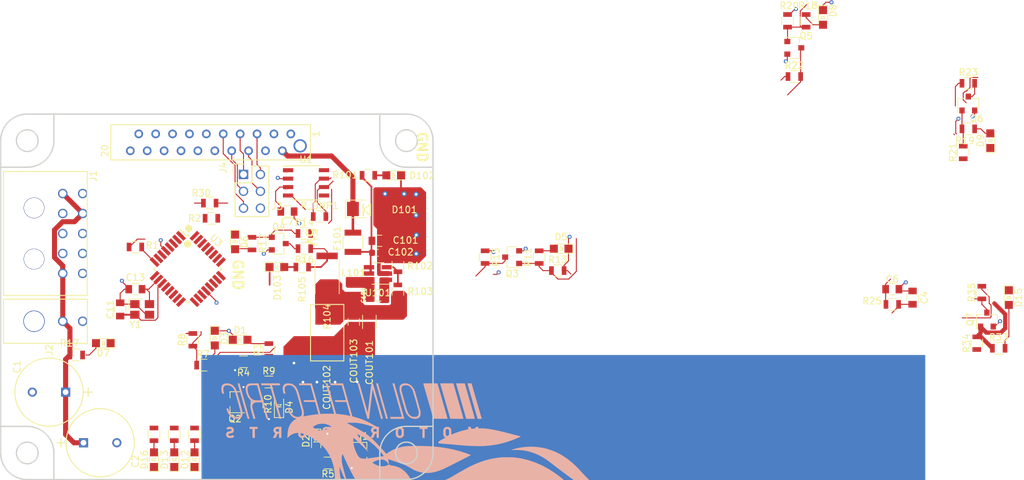
<source format=kicad_pcb>
(kicad_pcb (version 20171130) (host pcbnew 5.1.4-e60b266~84~ubuntu18.04.1)
  (layers (0 F.Cu signal) (31 B.Cu signal hide) (34 B.Paste user) (35 F.Paste user) (36 B.SilkS user hide) (37 F.SilkS user) (38 B.Mask user) (39 F.Mask user) (44 Edge.Cuts user))
  (net 0 "")
  (net 1 GND)
  (net 2 VCC)
  (net 3 "Net-(C101-Pad1)")
  (net 4 "Net-(C103-Pad2)")
  (net 5 "Net-(C103-Pad1)")
  (net 6 "Net-(COUT101-Pad1)")
  (net 7 "Net-(D102-Pad2)")
  (net 8 "Net-(D103-Pad2)")
  (net 9 "Net-(R102-Pad1)")
  (net 10 /Air+12V)
  (net 11 "Net-(C6-Pad1)")
  (net 12 "Net-(C11-Pad1)")
  (net 13 "Net-(C13-Pad1)")
  (net 14 "Net-(D1-Pad2)")
  (net 15 "Net-(D2-Pad2)")
  (net 16 "Net-(D3-Pad2)")
  (net 17 "Net-(D4-Pad2)")
  (net 18 "Net-(D5-Pad2)")
  (net 19 "Net-(D6-Pad2)")
  (net 20 "Net-(D7-Pad2)")
  (net 21 "Net-(D8-Pad2)")
  (net 22 "Net-(D9-Pad2)")
  (net 23 "Net-(D12-Pad2)")
  (net 24 "Net-(D13-Pad2)")
  (net 25 "Net-(D15-Pad2)")
  (net 26 "Net-(D16-Pad2)")
  (net 27 +12V)
  (net 28 /Precharge-)
  (net 29 /AIR+Weld_Detect)
  (net 30 /Air+GND)
  (net 31 /AIR-Weld_Detect)
  (net 32 /RESET)
  (net 33 /MOSI)
  (net 34 /SCK)
  (net 35 /MISO)
  (net 36 /CAN_H)
  (net 37 /CAN_L)
  (net 38 /RJ45_LED1)
  (net 39 /RJ45_LED2)
  (net 40 /IMD_Sense)
  (net 41 /BMS_Sense)
  (net 42 /ShutdownSense_BMS)
  (net 43 /ShutdownSense_IMD)
  (net 44 /ShutdownSense_HVD)
  (net 45 /ShutdownSense_MainPack)
  (net 46 "Net-(J4-Pad18)")
  (net 47 "Net-(J4-Pad19)")
  (net 48 "Net-(J4-Pad20)")
  (net 49 /PrechargeCTL)
  (net 50 /AIR+LSD)
  (net 51 /SS_HVD)
  (net 52 /SS_MainTSConn)
  (net 53 /SS_BMS)
  (net 54 /SS_IMD)
  (net 55 /SS_TSMS)
  (net 56 "Net-(R1-Pad2)")
  (net 57 "Net-(R2-Pad2)")
  (net 58 /P_LED_2)
  (net 59 /P_LED_1)
  (net 60 /P_LED_3)
  (net 61 "Net-(U1-Pad5)")
  (net 62 /CANRX)
  (net 63 /CANTX)
  (net 64 "Net-(U3-Pad32)")
  (net 65 "Net-(U3-Pad21)")
  (net 66 "Net-(U3-Pad14)")
  (net 67 "Net-(U3-Pad13)")
  (module footprints:SOT-23F (layer F.Cu) (at 122.682 91.44)
    (fp_text reference Q1 (at 0 -2.5) (layer F.SilkS))
    (fp_text value SSM3K333R hide)
    (pad 1 smd rect (at -1.05 -0.95) (size 0.9 0.8) (layers F.Cu F.Paste F.Mask) (net 49 /PrechargeCTL))
    (pad 2 smd rect (at -1.05 0.95) (size 0.9 0.8) (layers F.Cu F.Paste F.Mask) (net 1 GND))
    (pad 3 smd rect (at 1.05 0) (size 0.9 0.8) (layers F.Cu F.Paste F.Mask) (net 28 /Precharge-))
  )
  (module footprints:micromatch_female_vert_20 (layer F.Cu) (at 106.934 43.434 270)
    (fp_text reference J4 (at 5.08 5.08 90) (layer F.SilkS))
    (fp_text value MM_F_VT_20 hide)
    (fp_text user 1 (at 0 -8.89 90) (layer F.SilkS))
    (fp_text user 20 (at 2.54 22.86 90) (layer F.SilkS))
    (pad 21 thru_hole circle (at 1.8 -6.48 270) (size 2 2) (drill 1.5) (layers *.Cu *.Mask))
    (pad 20 thru_hole circle (at 2.54 19.05 270) (size 1.3 1.3) (drill 0.8) (layers *.Cu *.Mask) (net 48 "Net-(J4-Pad20)"))
    (pad 19 thru_hole circle (at 0 17.78 270) (size 1.3 1.3) (drill 0.8) (layers *.Cu *.Mask) (net 47 "Net-(J4-Pad19)"))
    (pad 18 thru_hole circle (at 2.54 16.51 270) (size 1.3 1.3) (drill 0.8) (layers *.Cu *.Mask) (net 46 "Net-(J4-Pad18)"))
    (pad 17 thru_hole circle (at 0 15.24 270) (size 1.3 1.3) (drill 0.8) (layers *.Cu *.Mask) (net 45 /ShutdownSense_MainPack))
    (pad 16 thru_hole circle (at 2.54 13.97 270) (size 1.3 1.3) (drill 0.8) (layers *.Cu *.Mask) (net 44 /ShutdownSense_HVD))
    (pad 15 thru_hole circle (at 0 12.7 270) (size 1.3 1.3) (drill 0.8) (layers *.Cu *.Mask) (net 43 /ShutdownSense_IMD))
    (pad 14 thru_hole circle (at 2.54 11.43 270) (size 1.3 1.3) (drill 0.8) (layers *.Cu *.Mask) (net 42 /ShutdownSense_BMS))
    (pad 13 thru_hole circle (at 0 10.16 270) (size 1.3 1.3) (drill 0.8) (layers *.Cu *.Mask) (net 41 /BMS_Sense))
    (pad 12 thru_hole circle (at 2.54 8.89 270) (size 1.3 1.3) (drill 0.8) (layers *.Cu *.Mask) (net 40 /IMD_Sense))
    (pad 11 thru_hole circle (at 0 7.62 270) (size 1.3 1.3) (drill 0.8) (layers *.Cu *.Mask) (net 39 /RJ45_LED2))
    (pad 10 thru_hole circle (at 2.54 6.35 270) (size 1.3 1.3) (drill 0.8) (layers *.Cu *.Mask) (net 38 /RJ45_LED1))
    (pad 9 thru_hole circle (at 0 5.08 270) (size 1.3 1.3) (drill 0.8) (layers *.Cu *.Mask) (net 32 /RESET))
    (pad 8 thru_hole circle (at 2.54 3.81 270) (size 1.3 1.3) (drill 0.8) (layers *.Cu *.Mask) (net 34 /SCK))
    (pad 6 thru_hole circle (at 2.54 1.27 270) (size 1.3 1.3) (drill 0.8) (layers *.Cu *.Mask) (net 33 /MOSI))
    (pad 4 thru_hole circle (at 2.54 -1.27 270) (size 1.3 1.3) (drill 0.8) (layers *.Cu *.Mask) (net 37 /CAN_L))
    (pad 2 thru_hole circle (at 2.54 -3.81 270) (size 1.3 1.3) (drill 0.8) (layers *.Cu *.Mask) (net 27 +12V))
    (pad 7 thru_hole circle (at 0 2.54 270) (size 1.3 1.3) (drill 0.8) (layers *.Cu *.Mask) (net 35 /MISO))
    (pad 1 thru_hole circle (at 0 -5.08 270) (size 1.3 1.3) (drill 0.8) (layers *.Cu *.Mask) (net 1 GND))
    (pad 3 thru_hole circle (at 0 -2.54 270) (size 1.3 1.3) (drill 0.8) (layers *.Cu *.Mask) (net 36 /CAN_H))
    (pad 5 thru_hole circle (at 0 0 270) (size 1.3 1.3) (drill 0.8) (layers *.Cu *.Mask) (net 2 VCC))
  )
  (module footprints:C_0805_OEM (layer F.Cu) (at 88.646 66.802 180)
    (fp_text reference C13 (at 0 1.778) (layer F.SilkS))
    (fp_text value C_30pF hide)
    (pad 2 smd rect (at 1 0 180) (size 1 1.25) (layers F.Cu F.Paste F.Mask) (net 1 GND))
    (pad 1 smd rect (at -1 0 180) (size 1 1.25) (layers F.Cu F.Paste F.Mask) (net 13 "Net-(C13-Pad1)"))
  )
  (module footprints:SOIC-8_3.9x4.9mm_Pitch1.27mm_OEM (layer F.Cu) (at 114.3 50.8)
    (fp_text reference U1 (at 0 -3.5) (layer F.SilkS))
    (fp_text value MCP2561-E_SN hide)
    (pad 8 smd rect (at 2.7 -1.905) (size 1.55 0.6) (layers F.Cu F.Paste F.Mask) (net 1 GND))
    (pad 7 smd rect (at 2.7 -0.635) (size 1.55 0.6) (layers F.Cu F.Paste F.Mask) (net 36 /CAN_H))
    (pad 6 smd rect (at 2.7 0.635) (size 1.55 0.6) (layers F.Cu F.Paste F.Mask) (net 37 /CAN_L))
    (pad 5 smd rect (at 2.7 1.905) (size 1.55 0.6) (layers F.Cu F.Paste F.Mask) (net 61 "Net-(U1-Pad5)"))
    (pad 4 smd rect (at -2.7 1.905) (size 1.55 0.6) (layers F.Cu F.Paste F.Mask) (net 62 /CANRX))
    (pad 3 smd rect (at -2.7 0.635) (size 1.55 0.6) (layers F.Cu F.Paste F.Mask) (net 2 VCC))
    (pad 2 smd rect (at -2.7 -0.635) (size 1.55 0.6) (layers F.Cu F.Paste F.Mask) (net 1 GND))
    (pad 1 smd rect (at -2.7 -1.905) (size 1.55 0.6) (layers F.Cu F.Paste F.Mask) (net 63 /CANTX))
  )
  (module footprints:R_0805_OEM (layer F.Cu) (at 97.282 74.422 90)
    (fp_text reference R8 (at 0 -1.65 90) (layer F.SilkS))
    (fp_text value R_10K hide)
    (pad 1 smd rect (at -0.95 0 90) (size 0.7 1.3) (layers F.Cu F.Paste F.Mask) (net 29 /AIR+Weld_Detect))
    (pad 2 smd rect (at 0.95 0 90) (size 0.7 1.3) (layers F.Cu F.Paste F.Mask) (net 1 GND))
  )
  (module footprints:R_0805_OEM (layer F.Cu) (at 119.126 89.662 90)
    (fp_text reference R6 (at 0 -1.65 90) (layer F.SilkS))
    (fp_text value R_10K hide)
    (pad 1 smd rect (at -0.95 0 90) (size 0.7 1.3) (layers F.Cu F.Paste F.Mask) (net 49 /PrechargeCTL))
    (pad 2 smd rect (at 0.95 0 90) (size 0.7 1.3) (layers F.Cu F.Paste F.Mask) (net 1 GND))
  )
  (module footprints:R_0805_OEM (layer F.Cu) (at 117.602 92.964 180)
    (fp_text reference R5 (at 0 -1.65) (layer F.SilkS))
    (fp_text value R_200 hide)
    (pad 2 smd rect (at 0.95 0 180) (size 0.7 1.3) (layers F.Cu F.Paste F.Mask) (net 15 "Net-(D2-Pad2)"))
    (pad 1 smd rect (at -0.95 0 180) (size 0.7 1.3) (layers F.Cu F.Paste F.Mask) (net 49 /PrechargeCTL))
  )
  (module footprints:R_0805_OEM (layer F.Cu) (at 104.902 77.724 180)
    (fp_text reference R4 (at 0 -1.65) (layer F.SilkS))
    (fp_text value R_10K hide)
    (pad 1 smd rect (at -0.95 0 180) (size 0.7 1.3) (layers F.Cu F.Paste F.Mask) (net 31 /AIR-Weld_Detect))
    (pad 2 smd rect (at 0.95 0 180) (size 0.7 1.3) (layers F.Cu F.Paste F.Mask) (net 1 GND))
  )
  (module footprints:SOT-23F (layer F.Cu) (at 145.288 61.976 180)
    (fp_text reference Q3 (at 0 -2.5) (layer F.SilkS))
    (fp_text value SSM3K333R hide)
    (pad 1 smd rect (at -1.05 -0.95 180) (size 0.9 0.8) (layers F.Cu F.Paste F.Mask) (net 44 /ShutdownSense_HVD))
    (pad 2 smd rect (at -1.05 0.95 180) (size 0.9 0.8) (layers F.Cu F.Paste F.Mask) (net 1 GND))
    (pad 3 smd rect (at 1.05 0 180) (size 0.9 0.8) (layers F.Cu F.Paste F.Mask) (net 51 /SS_HVD))
  )
  (module footprints:R_0805_OEM (layer F.Cu) (at 99.822 53.848)
    (fp_text reference R30 (at -1.27 -1.524) (layer F.SilkS))
    (fp_text value R_10K hide)
    (pad 1 smd rect (at -0.95 0) (size 0.7 1.3) (layers F.Cu F.Paste F.Mask) (net 2 VCC))
    (pad 2 smd rect (at 0.95 0) (size 0.7 1.3) (layers F.Cu F.Paste F.Mask) (net 32 /RESET))
  )
  (module footprints:LED_0805_OEM (layer F.Cu) (at 219.964 68.072 270)
    (fp_text reference D15 (at 0 -1.45 90) (layer F.SilkS))
    (fp_text value LED_0805 hide)
    (pad 1 smd rect (at -1.1 0 90) (size 1.2 1.2) (layers F.Cu F.Paste F.Mask) (net 1 GND))
    (pad 2 smd rect (at 1.1 0 90) (size 1.2 1.2) (layers F.Cu F.Paste F.Mask) (net 25 "Net-(D15-Pad2)"))
  )
  (module footprints:R_0805_OEM (layer F.Cu) (at 116.332 55.88)
    (fp_text reference R_DNP1 (at 0 -1.65) (layer F.SilkS))
    (fp_text value R_120_DNP hide)
    (pad 2 smd rect (at 0.95 0) (size 0.7 1.3) (layers F.Cu F.Paste F.Mask) (net 37 /CAN_L))
    (pad 1 smd rect (at -0.95 0) (size 0.7 1.3) (layers F.Cu F.Paste F.Mask) (net 36 /CAN_H))
  )
  (module footprints:SOT-23F (layer F.Cu) (at 110.202 59.944)
    (fp_text reference Q4 (at 0 -2.5) (layer F.SilkS))
    (fp_text value SSM3K333R hide)
    (pad 3 smd rect (at 1.05 0) (size 0.9 0.8) (layers F.Cu F.Paste F.Mask) (net 52 /SS_MainTSConn))
    (pad 2 smd rect (at -1.05 0.95) (size 0.9 0.8) (layers F.Cu F.Paste F.Mask) (net 1 GND))
    (pad 1 smd rect (at -1.05 -0.95) (size 0.9 0.8) (layers F.Cu F.Paste F.Mask) (net 45 /ShutdownSense_MainPack))
  )
  (module footprints:MicroFit_RA_10 (layer F.Cu) (at 73.406 58.42 90)
    (fp_text reference J1 (at 8.636 8.9154 90) (layer F.SilkS))
    (fp_text value MicroFit_RA_10)
    (pad "" thru_hole circle (at -3.85 0 90) (size 3.1 3.1) (drill 3) (layers *.Cu *.Mask))
    (pad 1 thru_hole circle (at -6.01 4.32 90) (size 1.42 1.42) (drill 1.02) (layers *.Cu *.Mask) (net 10 /Air+12V))
    (pad 2 thru_hole circle (at -3.01 4.32 90) (size 1.42 1.42) (drill 1.02) (layers *.Cu *.Mask) (net 28 /Precharge-))
    (pad "" thru_hole circle (at 3.85 0 90) (size 3.1 3.1) (drill 3) (layers *.Cu *.Mask))
    (pad 3 thru_hole circle (at -0.01 4.32 90) (size 1.42 1.42) (drill 1.02) (layers *.Cu *.Mask) (net 2 VCC))
    (pad 4 thru_hole circle (at 3.01 4.32 90) (size 1.42 1.42) (drill 1.02) (layers *.Cu *.Mask) (net 29 /AIR+Weld_Detect))
    (pad 5 thru_hole circle (at 6.01 4.32 90) (size 1.42 1.42) (drill 1.02) (layers *.Cu *.Mask) (net 10 /Air+12V))
    (pad 6 thru_hole circle (at -6.01 7.32 90) (size 1.42 1.42) (drill 1.02) (layers *.Cu *.Mask) (net 30 /Air+GND))
    (pad 7 thru_hole circle (at -3.01 7.32 90) (size 1.42 1.42) (drill 1.02) (layers *.Cu *.Mask) (net 2 VCC))
    (pad 8 thru_hole circle (at -0.01 7.32 90) (size 1.42 1.42) (drill 1.02) (layers *.Cu *.Mask) (net 31 /AIR-Weld_Detect))
    (pad 9 thru_hole circle (at 3.01 7.32 90) (size 1.42 1.42) (drill 1.02) (layers *.Cu *.Mask) (net 10 /Air+12V))
    (pad 10 thru_hole circle (at 6.01 7.32 90) (size 1.42 1.42) (drill 1.02) (layers *.Cu *.Mask) (net 1 GND))
  )
  (module footprints:C_0805_OEM (layer F.Cu) (at 86.36 69.85 90)
    (fp_text reference C11 (at 0 -1.5 90) (layer F.SilkS))
    (fp_text value C_30pF hide)
    (pad 1 smd rect (at -1 0 90) (size 1 1.25) (layers F.Cu F.Paste F.Mask) (net 12 "Net-(C11-Pad1)"))
    (pad 2 smd rect (at 1 0 90) (size 1 1.25) (layers F.Cu F.Paste F.Mask) (net 1 GND))
  )
  (module footprints:R_0805_OEM (layer F.Cu) (at 141.224 61.976 270)
    (fp_text reference R15 (at 0 -1.65 90) (layer F.SilkS))
    (fp_text value R_10K hide)
    (pad 1 smd rect (at -0.95 0 270) (size 0.7 1.3) (layers F.Cu F.Paste F.Mask) (net 2 VCC))
    (pad 2 smd rect (at 0.95 0 270) (size 0.7 1.3) (layers F.Cu F.Paste F.Mask) (net 51 /SS_HVD))
  )
  (module footprints:C_Radial_D10_L13_P5_OEM (layer F.Cu) (at 73.152 82.296 180)
    (fp_text reference C1 (at 2.286 3.81 90) (layer F.SilkS))
    (fp_text value CP_1mF hide)
    (pad 1 thru_hole rect (at -5.0038 0 180) (size 1.3716 1.3716) (drill 0.8636) (layers *.Cu *.Mask B.Adhes F.Paste) (net 10 /Air+12V))
    (pad 2 thru_hole circle (at 0 0 180) (size 1.3716 1.3716) (drill 0.8636) (layers *.Cu *.Paste *.Mask) (net 1 GND))
  )
  (module footprints:R_0805_OEM (layer F.Cu) (at 108.712 75.946 90)
    (fp_text reference R3 (at 0 -1.65 90) (layer F.SilkS))
    (fp_text value R_200 hide)
    (pad 2 smd rect (at 0.95 0 90) (size 0.7 1.3) (layers F.Cu F.Paste F.Mask) (net 14 "Net-(D1-Pad2)"))
    (pad 1 smd rect (at -0.95 0 90) (size 0.7 1.3) (layers F.Cu F.Paste F.Mask) (net 31 /AIR-Weld_Detect))
  )
  (module footprints:R_0805_OEM (layer F.Cu) (at 149.352 61.976 90)
    (fp_text reference R11 (at 0 -1.65 90) (layer F.SilkS))
    (fp_text value R_1K hide)
    (pad 2 smd rect (at 0.95 0 90) (size 0.7 1.3) (layers F.Cu F.Paste F.Mask) (net 18 "Net-(D5-Pad2)"))
    (pad 1 smd rect (at -0.95 0 90) (size 0.7 1.3) (layers F.Cu F.Paste F.Mask) (net 44 /ShutdownSense_HVD))
  )
  (module footprints:LED_0805_OEM (layer F.Cu) (at 94.488 92.456 90)
    (fp_text reference D13 (at 0 -1.45 90) (layer F.SilkS))
    (fp_text value LED_0805 hide)
    (pad 2 smd rect (at 1.1 0 270) (size 1.2 1.2) (layers F.Cu F.Paste F.Mask) (net 24 "Net-(D13-Pad2)"))
    (pad 1 smd rect (at -1.1 0 270) (size 1.2 1.2) (layers F.Cu F.Paste F.Mask) (net 1 GND))
  )
  (module footprints:LED_0805_OEM (layer F.Cu) (at 91.44 92.456 90)
    (fp_text reference D16 (at 0 -1.45 90) (layer F.SilkS))
    (fp_text value LED_0805 hide)
    (pad 1 smd rect (at -1.1 0 270) (size 1.2 1.2) (layers F.Cu F.Paste F.Mask) (net 1 GND))
    (pad 2 smd rect (at 1.1 0 270) (size 1.2 1.2) (layers F.Cu F.Paste F.Mask) (net 26 "Net-(D16-Pad2)"))
  )
  (module footprints:R_0805_OEM (layer F.Cu) (at 187.706 34.798)
    (fp_text reference R22 (at 0 -1.65) (layer F.SilkS))
    (fp_text value R_10K hide)
    (pad 2 smd rect (at 0.95 0) (size 0.7 1.3) (layers F.Cu F.Paste F.Mask) (net 53 /SS_BMS))
    (pad 1 smd rect (at -0.95 0) (size 0.7 1.3) (layers F.Cu F.Paste F.Mask) (net 2 VCC))
  )
  (module footprints:TQFP-32_7x7mm_Pitch0.8mm (layer F.Cu) (at 96.52 63.754 315)
    (fp_text reference U3 (at 0 -6.05 135) (layer F.SilkS))
    (fp_text value ATMEGA16M1 hide)
    (pad 32 smd rect (at -2.8 -4.25 45) (size 1.6 0.55) (layers F.Cu F.Paste F.Mask) (net 64 "Net-(U3-Pad32)"))
    (pad 31 smd rect (at -2 -4.25 45) (size 1.6 0.55) (layers F.Cu F.Paste F.Mask) (net 32 /RESET))
    (pad 30 smd rect (at -1.2 -4.25 45) (size 1.6 0.55) (layers F.Cu F.Paste F.Mask) (net 54 /SS_IMD))
    (pad 29 smd rect (at -0.4 -4.25 45) (size 1.6 0.55) (layers F.Cu F.Paste F.Mask) (net 52 /SS_MainTSConn))
    (pad 28 smd rect (at 0.4 -4.25 45) (size 1.6 0.55) (layers F.Cu F.Paste F.Mask) (net 55 /SS_TSMS))
    (pad 27 smd rect (at 1.2 -4.25 45) (size 1.6 0.55) (layers F.Cu F.Paste F.Mask) (net 51 /SS_HVD))
    (pad 26 smd rect (at 2 -4.25 45) (size 1.6 0.55) (layers F.Cu F.Paste F.Mask) (net 50 /AIR+LSD))
    (pad 25 smd rect (at 2.8 -4.25 45) (size 1.6 0.55) (layers F.Cu F.Paste F.Mask) (net 31 /AIR-Weld_Detect))
    (pad 24 smd rect (at 4.25 -2.8 315) (size 1.6 0.55) (layers F.Cu F.Paste F.Mask) (net 49 /PrechargeCTL))
    (pad 23 smd rect (at 4.25 -2 315) (size 1.6 0.55) (layers F.Cu F.Paste F.Mask) (net 40 /IMD_Sense))
    (pad 22 smd rect (at 4.25 -1.2 315) (size 1.6 0.55) (layers F.Cu F.Paste F.Mask) (net 29 /AIR+Weld_Detect))
    (pad 21 smd rect (at 4.25 -0.4 315) (size 1.6 0.55) (layers F.Cu F.Paste F.Mask) (net 65 "Net-(U3-Pad21)"))
    (pad 20 smd rect (at 4.25 0.4 315) (size 1.6 0.55) (layers F.Cu F.Paste F.Mask) (net 1 GND))
    (pad 19 smd rect (at 4.25 1.2 315) (size 1.6 0.55) (layers F.Cu F.Paste F.Mask) (net 11 "Net-(C6-Pad1)"))
    (pad 18 smd rect (at 4.25 2 315) (size 1.6 0.55) (layers F.Cu F.Paste F.Mask) (net 58 /P_LED_2))
    (pad 17 smd rect (at 4.25 2.8 315) (size 1.6 0.55) (layers F.Cu F.Paste F.Mask) (net 59 /P_LED_1))
    (pad 16 smd rect (at 2.8 4.25 45) (size 1.6 0.55) (layers F.Cu F.Paste F.Mask) (net 41 /BMS_Sense))
    (pad 15 smd rect (at 2 4.25 45) (size 1.6 0.55) (layers F.Cu F.Paste F.Mask) (net 60 /P_LED_3))
    (pad 14 smd rect (at 1.2 4.25 45) (size 1.6 0.55) (layers F.Cu F.Paste F.Mask) (net 66 "Net-(U3-Pad14)"))
    (pad 13 smd rect (at 0.4 4.25 45) (size 1.6 0.55) (layers F.Cu F.Paste F.Mask) (net 67 "Net-(U3-Pad13)"))
    (pad 12 smd rect (at -0.4 4.25 45) (size 1.6 0.55) (layers F.Cu F.Paste F.Mask) (net 34 /SCK))
    (pad 11 smd rect (at -1.2 4.25 45) (size 1.6 0.55) (layers F.Cu F.Paste F.Mask) (net 12 "Net-(C11-Pad1)"))
    (pad 10 smd rect (at -2 4.25 45) (size 1.6 0.55) (layers F.Cu F.Paste F.Mask) (net 13 "Net-(C13-Pad1)"))
    (pad 9 smd rect (at -2.8 4.25 45) (size 1.6 0.55) (layers F.Cu F.Paste F.Mask) (net 57 "Net-(R2-Pad2)"))
    (pad 8 smd rect (at -4.25 2.8 315) (size 1.6 0.55) (layers F.Cu F.Paste F.Mask) (net 56 "Net-(R1-Pad2)"))
    (pad 7 smd rect (at -4.25 2 315) (size 1.6 0.55) (layers F.Cu F.Paste F.Mask) (net 62 /CANRX))
    (pad 6 smd rect (at -4.25 1.2 315) (size 1.6 0.55) (layers F.Cu F.Paste F.Mask) (net 63 /CANTX))
    (pad 5 smd rect (at -4.25 0.4 315) (size 1.6 0.55) (layers F.Cu F.Paste F.Mask) (net 1 GND))
    (pad 4 smd rect (at -4.25 -0.4 315) (size 1.6 0.55) (layers F.Cu F.Paste F.Mask) (net 2 VCC))
    (pad 3 smd rect (at -4.25 -1.2 315) (size 1.6 0.55) (layers F.Cu F.Paste F.Mask) (net 53 /SS_BMS))
    (pad 2 smd rect (at -4.25 -2 315) (size 1.6 0.55) (layers F.Cu F.Paste F.Mask) (net 33 /MOSI))
    (pad 1 smd rect (at -4.25 -2.8 315) (size 1.6 0.55) (layers F.Cu F.Paste F.Mask) (net 35 /MISO))
  )
  (module footprints:R_0805_OEM (layer F.Cu) (at 94.488 88.646 270)
    (fp_text reference R29 hide)
    (fp_text value R_200 hide)
    (pad 1 smd rect (at -0.95 0 270) (size 0.7 1.3) (layers F.Cu F.Paste F.Mask) (net 59 /P_LED_1))
    (pad 2 smd rect (at 0.95 0 270) (size 0.7 1.3) (layers F.Cu F.Paste F.Mask) (net 24 "Net-(D13-Pad2)"))
  )
  (module footprints:Crystal_SMD_FA238 (layer F.Cu) (at 89.662 69.85)
    (fp_text reference Y1 (at -1.016 2.286) (layer F.SilkS))
    (fp_text value Crystal_SMD hide)
    (pad 4 smd rect (at -1.1 -0.8) (size 1.4 1.2) (layers F.Cu F.Mask) (net 1 GND))
    (pad 3 smd rect (at 1.1 -0.8) (size 1.4 1.2) (layers F.Cu F.Mask) (net 13 "Net-(C13-Pad1)"))
    (pad 2 smd rect (at 1.1 0.8) (size 1.4 1.2) (layers F.Cu F.Mask) (net 1 GND))
    (pad 1 smd rect (at -1.1 0.8) (size 1.4 1.2) (layers F.Cu F.Mask) (net 12 "Net-(C11-Pad1)"))
  )
  (module footprints:R_0805_OEM (layer F.Cu) (at 100.076 56.134 180)
    (fp_text reference R2 (at 2.54 0) (layer F.SilkS))
    (fp_text value R_200 hide)
    (pad 1 smd rect (at -0.95 0 180) (size 0.7 1.3) (layers F.Cu F.Paste F.Mask) (net 39 /RJ45_LED2))
    (pad 2 smd rect (at 0.95 0 180) (size 0.7 1.3) (layers F.Cu F.Paste F.Mask) (net 57 "Net-(R2-Pad2)"))
  )
  (module footprints:C_0805_OEM (layer F.Cu) (at 111.506 55.118 180)
    (fp_text reference C7 (at 0 -1.5) (layer F.SilkS))
    (fp_text value C_0.1uF hide)
    (pad 2 smd rect (at 1 0 180) (size 1 1.25) (layers F.Cu F.Paste F.Mask) (net 2 VCC))
    (pad 1 smd rect (at -1 0 180) (size 1 1.25) (layers F.Cu F.Paste F.Mask) (net 1 GND))
  )
  (module footprints:R_0805_OEM (layer F.Cu) (at 215.9 67.31 270)
    (fp_text reference R35 (at 0 1.524 90) (layer F.SilkS))
    (fp_text value R_10K hide)
    (pad 2 smd rect (at 0.95 0 270) (size 0.7 1.3) (layers F.Cu F.Paste F.Mask) (net 55 /SS_TSMS))
    (pad 1 smd rect (at -0.95 0 270) (size 0.7 1.3) (layers F.Cu F.Paste F.Mask) (net 2 VCC))
  )
  (module footprints:LED_0805_OEM (layer F.Cu) (at 110.236 84.328 90)
    (fp_text reference D4 (at -0.254 1.524 90) (layer F.SilkS))
    (fp_text value LED_0805 hide)
    (pad 2 smd rect (at 1.1 0 270) (size 1.2 1.2) (layers F.Cu F.Paste F.Mask) (net 17 "Net-(D4-Pad2)"))
    (pad 1 smd rect (at -1.1 0 270) (size 1.2 1.2) (layers F.Cu F.Paste F.Mask) (net 1 GND))
  )
  (module footprints:Pin_Header_Straight_2x03 (layer F.Cu) (at 104.902 49.53)
    (fp_text reference J3 (at 5.08 4.826) (layer F.SilkS))
    (fp_text value CONN_02X03 hide)
    (pad 6 thru_hole circle (at 2.54 5.08) (size 1.4 1.4) (drill 1.016) (layers *.Cu *.Mask) (net 1 GND))
    (pad 5 thru_hole circle (at 0 5.08) (size 1.4 1.4) (drill 1.016) (layers *.Cu *.Mask) (net 32 /RESET))
    (pad 4 thru_hole circle (at 2.54 2.54) (size 1.4 1.4) (drill 1.016) (layers *.Cu *.Mask) (net 33 /MOSI))
    (pad 3 thru_hole circle (at 0 2.54) (size 1.4 1.4) (drill 1.016) (layers *.Cu *.Mask) (net 34 /SCK))
    (pad 2 thru_hole circle (at 2.54 0) (size 1.4 1.4) (drill 1.016) (layers *.Cu *.Mask) (net 2 VCC))
    (pad 1 thru_hole rect (at 0 0) (size 1.4 1.4) (drill 1.016) (layers *.Cu *.Mask) (net 35 /MISO))
  )
  (module footprints:R_0805_OEM (layer F.Cu) (at 91.44 88.646 270)
    (fp_text reference R36 hide)
    (fp_text value R_200 hide)
    (pad 2 smd rect (at 0.95 0 270) (size 0.7 1.3) (layers F.Cu F.Paste F.Mask) (net 26 "Net-(D16-Pad2)"))
    (pad 1 smd rect (at -0.95 0 270) (size 0.7 1.3) (layers F.Cu F.Paste F.Mask) (net 60 /P_LED_3))
  )
  (module footprints:R_0805_OEM (layer F.Cu) (at 98.806 78.232)
    (fp_text reference R7 (at 0 -1.65) (layer F.SilkS))
    (fp_text value R_200 hide)
    (pad 1 smd rect (at -0.95 0) (size 0.7 1.3) (layers F.Cu F.Paste F.Mask) (net 29 /AIR+Weld_Detect))
    (pad 2 smd rect (at 0.95 0) (size 0.7 1.3) (layers F.Cu F.Paste F.Mask) (net 16 "Net-(D3-Pad2)"))
  )
  (module footprints:SOT-23F (layer F.Cu) (at 187.706 30.48)
    (fp_text reference Q5 (at 1.778 -1.778) (layer F.SilkS))
    (fp_text value SSM3K333R hide)
    (pad 3 smd rect (at 1.05 0) (size 0.9 0.8) (layers F.Cu F.Paste F.Mask) (net 53 /SS_BMS))
    (pad 2 smd rect (at -1.05 0.95) (size 0.9 0.8) (layers F.Cu F.Paste F.Mask) (net 1 GND))
    (pad 1 smd rect (at -1.05 -0.95) (size 0.9 0.8) (layers F.Cu F.Paste F.Mask) (net 42 /ShutdownSense_BMS))
  )
  (module footprints:R_0805_OEM (layer F.Cu) (at 218.44 75.692)
    (fp_text reference R33 (at 0 -1.65) (layer F.SilkS))
    (fp_text value R_1K hide)
    (pad 1 smd rect (at -0.95 0) (size 0.7 1.3) (layers F.Cu F.Paste F.Mask) (net 10 /Air+12V))
    (pad 2 smd rect (at 0.95 0) (size 0.7 1.3) (layers F.Cu F.Paste F.Mask) (net 25 "Net-(D15-Pad2)"))
  )
  (module footprints:SOT-23F (layer F.Cu) (at 216.662 71.374 90)
    (fp_text reference Q7 (at 0 -2.5 90) (layer F.SilkS))
    (fp_text value SSM3K333R hide)
    (pad 3 smd rect (at 1.05 0 90) (size 0.9 0.8) (layers F.Cu F.Paste F.Mask) (net 55 /SS_TSMS))
    (pad 2 smd rect (at -1.05 0.95 90) (size 0.9 0.8) (layers F.Cu F.Paste F.Mask) (net 1 GND))
    (pad 1 smd rect (at -1.05 -0.95 90) (size 0.9 0.8) (layers F.Cu F.Paste F.Mask) (net 10 /Air+12V))
  )
  (module footprints:R_0805_OEM (layer F.Cu) (at 114.046 58.42)
    (fp_text reference R14 (at 0 -1.65) (layer F.SilkS))
    (fp_text value R_100K hide)
    (pad 1 smd rect (at -0.95 0) (size 0.7 1.3) (layers F.Cu F.Paste F.Mask) (net 45 /ShutdownSense_MainPack))
    (pad 2 smd rect (at 0.95 0) (size 0.7 1.3) (layers F.Cu F.Paste F.Mask) (net 1 GND))
  )
  (module footprints:R_0805_OEM (layer F.Cu) (at 108.712 80.772)
    (fp_text reference R9 (at 0 -1.65) (layer F.SilkS))
    (fp_text value R_200 hide)
    (pad 2 smd rect (at 0.95 0) (size 0.7 1.3) (layers F.Cu F.Paste F.Mask) (net 17 "Net-(D4-Pad2)"))
    (pad 1 smd rect (at -0.95 0) (size 0.7 1.3) (layers F.Cu F.Paste F.Mask) (net 50 /AIR+LSD))
  )
  (module footprints:R_0805_OEM (layer F.Cu) (at 213.868 35.814)
    (fp_text reference R23 (at 0 -1.65) (layer F.SilkS))
    (fp_text value R_10K hide)
    (pad 1 smd rect (at -0.95 0) (size 0.7 1.3) (layers F.Cu F.Paste F.Mask) (net 2 VCC))
    (pad 2 smd rect (at 0.95 0) (size 0.7 1.3) (layers F.Cu F.Paste F.Mask) (net 54 /SS_IMD))
  )
  (module footprints:LED_0805_OEM (layer F.Cu) (at 103.632 59.69 270)
    (fp_text reference D6 (at 0 -1.45 90) (layer F.SilkS))
    (fp_text value LED_0805 hide)
    (pad 2 smd rect (at 1.1 0 90) (size 1.2 1.2) (layers F.Cu F.Paste F.Mask) (net 19 "Net-(D6-Pad2)"))
    (pad 1 smd rect (at -1.1 0 90) (size 1.2 1.2) (layers F.Cu F.Paste F.Mask) (net 1 GND))
  )
  (module footprints:MicroFit_RA_V_2 (layer F.Cu) (at 73.406 71.628 90)
    (fp_text reference J2 (at -4.318 2.286 90) (layer F.SilkS))
    (fp_text value MicroFit_RA_V_2)
    (pad 2 thru_hole circle (at 0 7.32 90) (size 1.42 1.42) (drill 1.02) (layers *.Cu *.Mask) (net 1 GND))
    (pad 1 thru_hole circle (at 0 4.32 90) (size 1.42 1.42) (drill 1.02) (layers *.Cu *.Mask) (net 10 /Air+12V))
    (pad "" thru_hole circle (at 0 0 90) (size 3.2 3.2) (drill 3) (layers *.Cu *.Mask))
  )
  (module footprints:LED_0805_OEM (layer F.Cu) (at 217.17 44.45 90)
    (fp_text reference D9 (at 0 -1.45 90) (layer F.SilkS))
    (fp_text value LED_0805 hide)
    (pad 1 smd rect (at -1.1 0 270) (size 1.2 1.2) (layers F.Cu F.Paste F.Mask) (net 1 GND))
    (pad 2 smd rect (at 1.1 0 270) (size 1.2 1.2) (layers F.Cu F.Paste F.Mask) (net 22 "Net-(D9-Pad2)"))
  )
  (module footprints:R_0805_OEM (layer F.Cu) (at 213.106 46.228 270)
    (fp_text reference R21 (at 0 1.524 90) (layer F.SilkS))
    (fp_text value R_100K hide)
    (pad 1 smd rect (at -0.95 0 270) (size 0.7 1.3) (layers F.Cu F.Paste F.Mask) (net 43 /ShutdownSense_IMD))
    (pad 2 smd rect (at 0.95 0 270) (size 0.7 1.3) (layers F.Cu F.Paste F.Mask) (net 1 GND))
  )
  (module footprints:LED_0805_OEM (layer F.Cu) (at 97.536 92.456 90)
    (fp_text reference D12 (at 0 -1.45 90) (layer F.SilkS))
    (fp_text value LED_0805 hide)
    (pad 1 smd rect (at -1.1 0 270) (size 1.2 1.2) (layers F.Cu F.Paste F.Mask) (net 1 GND))
    (pad 2 smd rect (at 1.1 0 270) (size 1.2 1.2) (layers F.Cu F.Paste F.Mask) (net 23 "Net-(D12-Pad2)"))
  )
  (module footprints:LED_0805_OEM (layer F.Cu) (at 152.654 60.706 180)
    (fp_text reference D5 (at 0 1.778) (layer F.SilkS))
    (fp_text value LED_0805 hide)
    (pad 2 smd rect (at 1.1 0) (size 1.2 1.2) (layers F.Cu F.Paste F.Mask) (net 18 "Net-(D5-Pad2)"))
    (pad 1 smd rect (at -1.1 0) (size 1.2 1.2) (layers F.Cu F.Paste F.Mask) (net 1 GND))
  )
  (module footprints:C_Radial_D10_L13_P5_OEM (layer F.Cu) (at 85.852 89.916)
    (fp_text reference C2 (at 2.794 2.794 90) (layer F.SilkS))
    (fp_text value CP_1mF hide)
    (pad 2 thru_hole circle (at 0 0) (size 1.3716 1.3716) (drill 0.8636) (layers *.Cu *.Paste *.Mask) (net 1 GND))
    (pad 1 thru_hole rect (at -5.0038 0) (size 1.3716 1.3716) (drill 0.8636) (layers *.Cu *.Mask B.Adhes F.Paste) (net 10 /Air+12V))
  )
  (module footprints:LED_0805_OEM (layer F.Cu) (at 115.824 89.662 270)
    (fp_text reference D2 (at 0 1.524 90) (layer F.SilkS))
    (fp_text value LED_0805 hide)
    (pad 1 smd rect (at -1.1 0 90) (size 1.2 1.2) (layers F.Cu F.Paste F.Mask) (net 1 GND))
    (pad 2 smd rect (at 1.1 0 90) (size 1.2 1.2) (layers F.Cu F.Paste F.Mask) (net 15 "Net-(D2-Pad2)"))
  )
  (module footprints:C_0805_OEM (layer F.Cu) (at 205.486 68.072 90)
    (fp_text reference C4 (at 0 1.778 90) (layer F.SilkS))
    (fp_text value C_0.1uF hide)
    (pad 2 smd rect (at 1 0 90) (size 1 1.25) (layers F.Cu F.Paste F.Mask) (net 1 GND))
    (pad 1 smd rect (at -1 0 90) (size 1 1.25) (layers F.Cu F.Paste F.Mask) (net 2 VCC))
  )
  (module footprints:LED_0805_OEM (layer F.Cu) (at 100.584 74.168 270)
    (fp_text reference D3 (at 0 -1.45 90) (layer F.SilkS))
    (fp_text value LED_0805 hide)
    (pad 2 smd rect (at 1.1 0 90) (size 1.2 1.2) (layers F.Cu F.Paste F.Mask) (net 16 "Net-(D3-Pad2)"))
    (pad 1 smd rect (at -1.1 0 90) (size 1.2 1.2) (layers F.Cu F.Paste F.Mask) (net 1 GND))
  )
  (module footprints:R_0805_OEM (layer F.Cu) (at 97.536 88.646 270)
    (fp_text reference R28 hide)
    (fp_text value R_200 hide)
    (pad 2 smd rect (at 0.95 0 270) (size 0.7 1.3) (layers F.Cu F.Paste F.Mask) (net 23 "Net-(D12-Pad2)"))
    (pad 1 smd rect (at -0.95 0 270) (size 0.7 1.3) (layers F.Cu F.Paste F.Mask) (net 58 /P_LED_2))
  )
  (module footprints:SOT-23F (layer F.Cu) (at 103.632 83.82 180)
    (fp_text reference Q2 (at 0 -2.5) (layer F.SilkS))
    (fp_text value SSM3K333R hide)
    (pad 1 smd rect (at -1.05 -0.95 180) (size 0.9 0.8) (layers F.Cu F.Paste F.Mask) (net 50 /AIR+LSD))
    (pad 2 smd rect (at -1.05 0.95 180) (size 0.9 0.8) (layers F.Cu F.Paste F.Mask) (net 1 GND))
    (pad 3 smd rect (at 1.05 0 180) (size 0.9 0.8) (layers F.Cu F.Paste F.Mask) (net 30 /Air+GND))
  )
  (module footprints:R_0805_OEM (layer F.Cu) (at 114.046 60.706 180)
    (fp_text reference R16 (at 0 -1.65) (layer F.SilkS))
    (fp_text value R_10K hide)
    (pad 2 smd rect (at 0.95 0 180) (size 0.7 1.3) (layers F.Cu F.Paste F.Mask) (net 52 /SS_MainTSConn))
    (pad 1 smd rect (at -0.95 0 180) (size 0.7 1.3) (layers F.Cu F.Paste F.Mask) (net 2 VCC))
  )
  (module footprints:R_0805_OEM (layer F.Cu) (at 88.646 60.452)
    (fp_text reference R1 (at 2.54 -0.254) (layer F.SilkS))
    (fp_text value R_200 hide)
    (pad 2 smd rect (at 0.95 0) (size 0.7 1.3) (layers F.Cu F.Paste F.Mask) (net 56 "Net-(R1-Pad2)"))
    (pad 1 smd rect (at -0.95 0) (size 0.7 1.3) (layers F.Cu F.Paste F.Mask) (net 38 /RJ45_LED1))
  )
  (module footprints:R_0805_OEM (layer F.Cu) (at 213.868 42.672)
    (fp_text reference R19 (at -0.508 1.778) (layer F.SilkS))
    (fp_text value R_1K hide)
    (pad 1 smd rect (at -0.95 0) (size 0.7 1.3) (layers F.Cu F.Paste F.Mask) (net 43 /ShutdownSense_IMD))
    (pad 2 smd rect (at 0.95 0) (size 0.7 1.3) (layers F.Cu F.Paste F.Mask) (net 22 "Net-(D9-Pad2)"))
  )
  (module footprints:R_0805_OEM (layer F.Cu) (at 215.138 74.93 270)
    (fp_text reference R34 (at 0 1.524 90) (layer F.SilkS))
    (fp_text value R_100K hide)
    (pad 2 smd rect (at 0.95 0 270) (size 0.7 1.3) (layers F.Cu F.Paste F.Mask) (net 1 GND))
    (pad 1 smd rect (at -0.95 0 270) (size 0.7 1.3) (layers F.Cu F.Paste F.Mask) (net 10 /Air+12V))
  )
  (module footprints:LED_0805_OEM (layer F.Cu) (at 83.82 74.93 180)
    (fp_text reference D7 (at 0 -1.45) (layer F.SilkS))
    (fp_text value LED_0805 hide)
    (pad 1 smd rect (at -1.1 0) (size 1.2 1.2) (layers F.Cu F.Paste F.Mask) (net 1 GND))
    (pad 2 smd rect (at 1.1 0) (size 1.2 1.2) (layers F.Cu F.Paste F.Mask) (net 20 "Net-(D7-Pad2)"))
  )
  (module footprints:R_0805_OEM (layer F.Cu) (at 186.69 26.416 90)
    (fp_text reference R20 (at 2.286 0.254 180) (layer F.SilkS))
    (fp_text value R_100K hide)
    (pad 2 smd rect (at 0.95 0 90) (size 0.7 1.3) (layers F.Cu F.Paste F.Mask) (net 1 GND))
    (pad 1 smd rect (at -0.95 0 90) (size 0.7 1.3) (layers F.Cu F.Paste F.Mask) (net 42 /ShutdownSense_BMS))
  )
  (module footprints:R_0805_OEM (layer F.Cu) (at 79.756 76.708)
    (fp_text reference R17 (at -1.016 -1.778) (layer F.SilkS))
    (fp_text value R_1K hide)
    (pad 2 smd rect (at 0.95 0) (size 0.7 1.3) (layers F.Cu F.Paste F.Mask) (net 20 "Net-(D7-Pad2)"))
    (pad 1 smd rect (at -0.95 0) (size 0.7 1.3) (layers F.Cu F.Paste F.Mask) (net 10 /Air+12V))
  )
  (module footprints:R_0805_OEM (layer F.Cu) (at 106.172 59.944 270)
    (fp_text reference R12 (at 0 -1.65 90) (layer F.SilkS))
    (fp_text value R_1K hide)
    (pad 2 smd rect (at 0.95 0 270) (size 0.7 1.3) (layers F.Cu F.Paste F.Mask) (net 19 "Net-(D6-Pad2)"))
    (pad 1 smd rect (at -0.95 0 270) (size 0.7 1.3) (layers F.Cu F.Paste F.Mask) (net 45 /ShutdownSense_MainPack))
  )
  (module footprints:R_0805_OEM (layer F.Cu) (at 202.438 69.088 180)
    (fp_text reference R25 (at 3.048 0.508) (layer F.SilkS))
    (fp_text value R_100K hide)
    (pad 2 smd rect (at 0.95 0 180) (size 0.7 1.3) (layers F.Cu F.Paste F.Mask) (net 11 "Net-(C6-Pad1)"))
    (pad 1 smd rect (at -0.95 0 180) (size 0.7 1.3) (layers F.Cu F.Paste F.Mask) (net 2 VCC))
  )
  (module footprints:C_0805_OEM (layer F.Cu) (at 202.438 66.802)
    (fp_text reference C6 (at 0 -1.5) (layer F.SilkS))
    (fp_text value C_100pF hide)
    (pad 2 smd rect (at 1 0) (size 1 1.25) (layers F.Cu F.Paste F.Mask) (net 1 GND))
    (pad 1 smd rect (at -1 0) (size 1 1.25) (layers F.Cu F.Paste F.Mask) (net 11 "Net-(C6-Pad1)"))
  )
  (module footprints:LED_0805_OEM (layer F.Cu) (at 104.394 74.422)
    (fp_text reference D1 (at 0 -1.45) (layer F.SilkS))
    (fp_text value LED_0805 hide)
    (pad 1 smd rect (at -1.1 0 180) (size 1.2 1.2) (layers F.Cu F.Paste F.Mask) (net 1 GND))
    (pad 2 smd rect (at 1.1 0 180) (size 1.2 1.2) (layers F.Cu F.Paste F.Mask) (net 14 "Net-(D1-Pad2)"))
  )
  (module footprints:SOT-23F (layer F.Cu) (at 213.868 38.862 90)
    (fp_text reference Q6 (at -2.286 1.27) (layer F.SilkS))
    (fp_text value SSM3K333R hide)
    (pad 3 smd rect (at 1.05 0 90) (size 0.9 0.8) (layers F.Cu F.Paste F.Mask) (net 54 /SS_IMD))
    (pad 2 smd rect (at -1.05 0.95 90) (size 0.9 0.8) (layers F.Cu F.Paste F.Mask) (net 1 GND))
    (pad 1 smd rect (at -1.05 -0.95 90) (size 0.9 0.8) (layers F.Cu F.Paste F.Mask) (net 43 /ShutdownSense_IMD))
  )
  (module footprints:R_0805_OEM (layer F.Cu) (at 189.484 26.416 90)
    (fp_text reference R18 (at 2.286 0.254 180) (layer F.SilkS))
    (fp_text value R_1K hide)
    (pad 1 smd rect (at -0.95 0 90) (size 0.7 1.3) (layers F.Cu F.Paste F.Mask) (net 42 /ShutdownSense_BMS))
    (pad 2 smd rect (at 0.95 0 90) (size 0.7 1.3) (layers F.Cu F.Paste F.Mask) (net 21 "Net-(D8-Pad2)"))
  )
  (module footprints:LED_0805_OEM (layer F.Cu) (at 192.024 25.908 270)
    (fp_text reference D8 (at -1.016 -1.524 90) (layer F.SilkS))
    (fp_text value LED_0805 hide)
    (pad 2 smd rect (at 1.1 0 90) (size 1.2 1.2) (layers F.Cu F.Paste F.Mask) (net 21 "Net-(D8-Pad2)"))
    (pad 1 smd rect (at -1.1 0 90) (size 1.2 1.2) (layers F.Cu F.Paste F.Mask) (net 1 GND))
  )
  (module footprints:R_0805_OEM (layer F.Cu) (at 152.146 64.008)
    (fp_text reference R13 (at 0 -1.65) (layer F.SilkS))
    (fp_text value R_100K hide)
    (pad 2 smd rect (at 0.95 0) (size 0.7 1.3) (layers F.Cu F.Paste F.Mask) (net 1 GND))
    (pad 1 smd rect (at -0.95 0) (size 0.7 1.3) (layers F.Cu F.Paste F.Mask) (net 44 /ShutdownSense_HVD))
  )
  (module footprints:R_0805_OEM (layer F.Cu) (at 106.934 84.074 270)
    (fp_text reference R10 (at 0 -1.65 90) (layer F.SilkS))
    (fp_text value R_10K hide)
    (pad 1 smd rect (at -0.95 0 270) (size 0.7 1.3) (layers F.Cu F.Paste F.Mask) (net 50 /AIR+LSD))
    (pad 2 smd rect (at 0.95 0 270) (size 0.7 1.3) (layers F.Cu F.Paste F.Mask) (net 1 GND))
  )
  (module footprints:Fuse_1812 (layer F.Cu) (at 117.475 70.5993 270)
    (fp_text reference COUT102 (at 10.9957 0.049 90) (layer F.SilkS))
    (fp_text value C_33uF hide)
    (pad 1 smd rect (at 0 0 270) (size 1.78 3.5) (layers F.Cu F.Paste F.Mask) (net 6 "Net-(COUT101-Pad1)"))
    (pad 2 smd rect (at 5.28 0 270) (size 1.78 3.5) (layers F.Cu F.Paste F.Mask) (net 1 GND))
  )
  (module footprints:C_0805_OEM (layer F.Cu) (at 125.095 67.7418 180)
    (fp_text reference C103 (at 2.159 0.0032 90) (layer F.SilkS) (effects (font (size 0.6 0.6))))
    (fp_text value C_0.1uF hide)
    (pad 2 smd rect (at 1 0 180) (size 1 1.25) (layers F.Cu F.Paste F.Mask) (net 4 "Net-(C103-Pad2)"))
    (pad 1 smd rect (at -1 0 180) (size 1 1.25) (layers F.Cu F.Paste F.Mask) (net 5 "Net-(C103-Pad1)"))
  )
  (module footprints:Fuse_1210 (layer F.Cu) (at 121.3485 59.7408 90)
    (fp_text reference F101 (at 0.5958 -2.3725 270) (layer F.SilkS))
    (fp_text value F_500mA_16V hide)
    (pad 2 smd rect (at 1.45 0 90) (size 0.9 2.5) (layers F.Cu F.Paste F.Mask) (net 27 +12V))
    (pad 1 smd rect (at -1.45 0 90) (size 0.9 2.5) (layers F.Cu F.Paste F.Mask) (net 3 "Net-(C101-Pad1)"))
  )
  (module footprints:L_100uH (layer F.Cu) (at 121.40946 67.2467 270)
    (fp_text reference L101 (at -2.9267 -0.01654 180) (layer F.SilkS))
    (fp_text value L_100uH hide)
    (pad 1 smd rect (at -1.6 0 270) (size 1.2 2) (layers F.Cu F.Paste F.Mask) (net 5 "Net-(C103-Pad1)"))
    (pad 2 smd rect (at 1.6 0 270) (size 1.2 2) (layers F.Cu F.Paste F.Mask) (net 6 "Net-(COUT101-Pad1)"))
  )
  (module footprints:R_0805_OEM (layer F.Cu) (at 128.09728 67.11442 90)
    (fp_text reference R103 (at -0.03058 3.37872 180) (layer F.SilkS))
    (fp_text value R_100K hide)
    (pad 1 smd rect (at -0.95 0 90) (size 0.7 1.3) (layers F.Cu F.Paste F.Mask) (net 6 "Net-(COUT101-Pad1)"))
    (pad 2 smd rect (at 0.95 0 90) (size 0.7 1.3) (layers F.Cu F.Paste F.Mask) (net 9 "Net-(R102-Pad1)"))
  )
  (module footprints:R_0805_OEM (layer F.Cu) (at 128.11252 63.22822 90)
    (fp_text reference R102 (at -0.06678 3.31348 180) (layer F.SilkS))
    (fp_text value R_25K hide)
    (pad 2 smd rect (at 0.95 0 90) (size 0.7 1.3) (layers F.Cu F.Paste F.Mask) (net 1 GND))
    (pad 1 smd rect (at -0.95 0 90) (size 0.7 1.3) (layers F.Cu F.Paste F.Mask) (net 9 "Net-(R102-Pad1)"))
  )
  (module footprints:R_0805_OEM (layer F.Cu) (at 113.726 63.47 180)
    (fp_text reference R105 (at 0 -3.375 90) (layer F.SilkS))
    (fp_text value R_200 hide)
    (pad 1 smd rect (at -0.95 0 180) (size 0.7 1.3) (layers F.Cu F.Paste F.Mask) (net 2 VCC))
    (pad 2 smd rect (at 0.95 0 180) (size 0.7 1.3) (layers F.Cu F.Paste F.Mask) (net 8 "Net-(D103-Pad2)"))
  )
  (module footprints:R_2512_OEM (layer F.Cu) (at 117.46992 64.8982 270)
    (fp_text reference R104 (at 6.0532 0.00608 270) (layer F.SilkS))
    (fp_text value R_0_2512 hide)
    (pad 1 smd rect (at -3.1 0 270) (size 1 3.2) (layers F.Cu F.Paste F.Mask) (net 2 VCC))
    (pad 2 smd rect (at 3.1 0 270) (size 1 3.2) (layers F.Cu F.Paste F.Mask) (net 6 "Net-(COUT101-Pad1)"))
  )
  (module footprints:C_1206_OEM (layer F.Cu) (at 123.825 71.7183 270)
    (fp_text reference COUT101 (at 6.1267 -0.001 90) (layer F.SilkS))
    (fp_text value C_22uF hide)
    (pad 1 smd rect (at -1.5 0 270) (size 1 1.6) (layers F.Cu F.Paste F.Mask) (net 6 "Net-(COUT101-Pad1)"))
    (pad 2 smd rect (at 1.5 0 270) (size 1 1.6) (layers F.Cu F.Paste F.Mask) (net 1 GND))
  )
  (module footprints:C_0805_OEM (layer F.Cu) (at 121.4755 71.7423 270)
    (fp_text reference COUT103 (at 5.8777 -0.0005 90) (layer F.SilkS))
    (fp_text value C_47uF hide)
    (pad 1 smd rect (at -1 0 270) (size 1 1.25) (layers F.Cu F.Paste F.Mask) (net 6 "Net-(COUT101-Pad1)"))
    (pad 2 smd rect (at 1 0 270) (size 1 1.25) (layers F.Cu F.Paste F.Mask) (net 1 GND))
  )
  (module footprints:DO-214AA (layer F.Cu) (at 123.3805 54.7243)
    (fp_text reference D101 (at 5.7205 0.1207 180) (layer F.SilkS))
    (fp_text value D_Zener_18V hide)
    (pad 2 smd rect (at 2.032 0 180) (size 1.778 2.159) (layers F.Cu F.Paste F.Mask) (net 1 GND))
    (pad 1 smd rect (at -2.032 0 180) (size 1.778 2.159) (layers F.Cu F.Paste F.Mask) (net 27 +12V))
  )
  (module footprints:LED_0805_OEM (layer F.Cu) (at 109.926 63.47)
    (fp_text reference D103 (at 0.05 3.1 270) (layer F.SilkS))
    (fp_text value LED_0805 hide)
    (pad 2 smd rect (at 1.1 0 180) (size 1.2 1.2) (layers F.Cu F.Paste F.Mask) (net 8 "Net-(D103-Pad2)"))
    (pad 1 smd rect (at -1.1 0 180) (size 1.2 1.2) (layers F.Cu F.Paste F.Mask) (net 1 GND))
  )
  (module footprints:Logo_Large (layer B.Cu) (at 121.158 85.09 180)
    (fp_text reference G*** hide)
    (fp_text value LOGO hide)
  )
  (module footprints:LED_0805_OEM (layer F.Cu) (at 127.476 49.67 180)
    (fp_text reference D102 (at -4.275 -0.05) (layer F.SilkS))
    (fp_text value LED_0805 hide)
    (pad 2 smd rect (at 1.1 0) (size 1.2 1.2) (layers F.Cu F.Paste F.Mask) (net 7 "Net-(D102-Pad2)"))
    (pad 1 smd rect (at -1.1 0) (size 1.2 1.2) (layers F.Cu F.Paste F.Mask) (net 1 GND))
  )
  (module footprints:R_0805_OEM (layer F.Cu) (at 123.676 49.67)
    (fp_text reference R101 (at -3.5 -0.05 180) (layer F.SilkS))
    (fp_text value R_200 hide)
    (pad 1 smd rect (at -0.95 0) (size 0.7 1.3) (layers F.Cu F.Paste F.Mask) (net 3 "Net-(C101-Pad1)"))
    (pad 2 smd rect (at 0.95 0) (size 0.7 1.3) (layers F.Cu F.Paste F.Mask) (net 7 "Net-(D102-Pad2)"))
  )
  (module footprints:phoenix (layer B.Cu) (at 139.446 111.76 180)
    (fp_text reference G*** hide)
    (fp_text value LOGO hide)
  )
  (module footprints:C_0805_OEM (layer F.Cu) (at 125.206 59.52236)
    (fp_text reference C101 (at 4.064 -0.08636) (layer F.SilkS))
    (fp_text value C_0.1uF hide)
    (pad 2 smd rect (at 1 0) (size 1 1.25) (layers F.Cu F.Paste F.Mask) (net 1 GND))
    (pad 1 smd rect (at -1 0) (size 1 1.25) (layers F.Cu F.Paste F.Mask) (net 3 "Net-(C101-Pad1)"))
  )
  (module footprints:C_0603_1608Metric (layer F.Cu) (at 125.0155 61.3283)
    (fp_text reference C102 (at 3.5085 -0.1143) (layer F.SilkS))
    (fp_text value C_2.2uF)
    (pad 1 smd roundrect (at -0.7875 0) (size 0.875 0.95) (layers F.Cu F.Paste F.Mask) (net 3 "Net-(C101-Pad1)"))
    (pad 2 smd roundrect (at 0.7875 0) (size 0.875 0.95) (layers F.Cu F.Paste F.Mask) (net 1 GND))
  )
  (module Package_TO_SOT_SMD:SOT-23-6_Handsoldering (layer F.Cu) (at 125.1102 64.4476 180)
    (fp_text reference U101 (at 0 -2.9) (layer F.SilkS))
    (fp_text value TPS560430YF)
    (pad 1 smd rect (at -1.35 -0.95 180) (size 1.56 0.65) (layers F.Cu F.Paste F.Mask) (net 4 "Net-(C103-Pad2)"))
    (pad 2 smd rect (at -1.35 0 180) (size 1.56 0.65) (layers F.Cu F.Paste F.Mask) (net 1 GND))
    (pad 3 smd rect (at -1.35 0.95 180) (size 1.56 0.65) (layers F.Cu F.Paste F.Mask) (net 9 "Net-(R102-Pad1)"))
    (pad 4 smd rect (at 1.35 0.95 180) (size 1.56 0.65) (layers F.Cu F.Paste F.Mask) (net 3 "Net-(C101-Pad1)"))
    (pad 6 smd rect (at 1.35 -0.95 180) (size 1.56 0.65) (layers F.Cu F.Paste F.Mask) (net 5 "Net-(C103-Pad1)"))
    (pad 5 smd rect (at 1.35 0 180) (size 1.56 0.65) (layers F.Cu F.Paste F.Mask) (net 3 "Net-(C101-Pad1)"))
  )
  (gr_arc (start 129.39 44.45) (end 125.389999 44.45) (angle -90) (layer Edge.Cuts) (width 0.2))
  (gr_circle (center 129.39 44.45) (end 131.02195 44.45) (layer Edge.Cuts) (width 0.2))
  (gr_line (start 68.39 44.45) (end 68.39 91.45) (layer Edge.Cuts) (width 0.2))
  (gr_line (start 72.39 87.45) (end 68.39 87.45) (layer Edge.Cuts) (width 0.2))
  (gr_line (start 129.39 95.45) (end 72.39 95.45) (layer Edge.Cuts) (width 0.2))
  (gr_arc (start 72.39 91.45) (end 76.390001 91.45) (angle -90) (layer Edge.Cuts) (width 0.2))
  (gr_arc (start 72.39 44.45) (end 72.39 40.45) (angle -90) (layer Edge.Cuts) (width 0.2))
  (gr_line (start 76.39 95.45) (end 76.39 91.45) (layer Edge.Cuts) (width 0.2))
  (gr_line (start 129.39 40.45) (end 72.39 40.45) (layer Edge.Cuts) (width 0.2))
  (gr_arc (start 72.39 44.45) (end 72.39 48.450001) (angle -90) (layer Edge.Cuts) (width 0.2))
  (gr_arc (start 129.39 91.45) (end 129.39 95.45) (angle -90) (layer Edge.Cuts) (width 0.2))
  (gr_line (start 72.39 48.45) (end 68.39 48.45) (layer Edge.Cuts) (width 0.2))
  (gr_line (start 125.39 95.45) (end 125.39 91.45) (layer Edge.Cuts) (width 0.2))
  (gr_line (start 129.39 87.45) (end 133.39 87.45) (layer Edge.Cuts) (width 0.2))
  (gr_arc (start 129.39 44.45) (end 133.39 44.45) (angle -90) (layer Edge.Cuts) (width 0.2))
  (gr_arc (start 129.39 91.45) (end 129.39 87.449999) (angle -90) (layer Edge.Cuts) (width 0.2))
  (gr_circle (center 129.39 91.45) (end 131.02195 91.45) (layer Edge.Cuts) (width 0.2))
  (gr_line (start 125.39 40.45) (end 125.39 44.45) (layer Edge.Cuts) (width 0.2))
  (gr_circle (center 72.39 91.45) (end 74.02195 91.45) (layer Edge.Cuts) (width 0.2))
  (gr_line (start 129.39 48.45) (end 133.39 48.45) (layer Edge.Cuts) (width 0.2))
  (gr_arc (start 72.39 91.45) (end 68.39 91.45) (angle -90) (layer Edge.Cuts) (width 0.2))
  (gr_line (start 76.39 40.45) (end 76.39 44.45) (layer Edge.Cuts) (width 0.2))
  (gr_line (start 133.39 44.45) (end 133.39 91.45) (layer Edge.Cuts) (width 0.2))
  (gr_circle (center 72.39 44.45) (end 74.02195 44.45) (layer Edge.Cuts) (width 0.2))
  (gr_text GND (at 131.7371 45.42282 270) (layer F.SilkS) (effects (font (size 1.5 1.5) (thickness 0.3))))
  (gr_text 5V (at 115.062 58.928 270) (layer F.SilkS) (effects (font (size 1.5 1.5) (thickness 0.3))))
  (gr_text GND (at 104.06 64.618 270) (layer F.SilkS) (effects (font (size 1.5 1.5) (thickness 0.3))))
  (via (at 187.96 24.638) (size 0.6096) (drill 0.3048) (layers F.Cu B.Cu) (net 1))
  (segment (start 204.329 65.786) (end 204.47 65.786) (width 0.1524) (layer F.Cu) (net 1))
  (segment (start 106.934 85.024) (end 109.832 85.024) (width 0.1524) (layer F.Cu) (net 1))
  (via (at 108.712 86.36) (size 0.6096) (drill 0.3048) (layers F.Cu B.Cu) (net 1))
  (segment (start 203.438 66.802) (end 203.438 66.677) (width 0.1524) (layer F.Cu) (net 1))
  (segment (start 186.656 31.43) (end 186.656 32.292) (width 0.1524) (layer F.Cu) (net 1))
  (segment (start 217.84719 72.424) (end 218.64319 71.628) (width 0.1524) (layer F.Cu) (net 1))
  (via (at 107.95 61.468) (size 0.6096) (drill 0.3048) (layers F.Cu B.Cu) (net 1))
  (segment (start 153.096 64.008) (end 153.096 63.2056) (width 0.1524) (layer F.Cu) (net 1))
  (segment (start 192.024 24.808) (end 192.024 24.0556) (width 0.1524) (layer F.Cu) (net 1))
  (via (at 102.6924 73.068) (size 0.6096) (drill 0.3048) (layers F.Cu B.Cu) (net 1))
  (segment (start 103.952 77.724) (end 103.952 78.674) (width 0.1524) (layer F.Cu) (net 1))
  (segment (start 87.646 66.802) (end 87.646 66.677) (width 0.1524) (layer F.Cu) (net 1))
  (segment (start 87.646 66.677) (end 86.614 65.645) (width 0.1524) (layer F.Cu) (net 1))
  (segment (start 153.754 60.706) (end 153.754 59.098) (width 0.1524) (layer F.Cu) (net 1))
  (via (at 153.924 58.928) (size 0.6096) (drill 0.3048) (layers F.Cu B.Cu) (net 1))
  (segment (start 186.656 32.292) (end 186.436 32.512) (width 0.1524) (layer F.Cu) (net 1))
  (via (at 218.64319 71.628) (size 0.6096) (drill 0.3048) (layers F.Cu B.Cu) (net 1))
  (segment (start 217.612 72.424) (end 217.84719 72.424) (width 0.1524) (layer F.Cu) (net 1))
  (segment (start 103.952 78.674) (end 103.632 78.994) (width 0.1524) (layer F.Cu) (net 1))
  (segment (start 104.682 81.754) (end 104.902 81.534) (width 0.1524) (layer F.Cu) (net 1))
  (segment (start 192.4576 23.622) (end 192.862948 23.622) (width 0.1524) (layer F.Cu) (net 1))
  (segment (start 112.506 56.118) (end 113.284 56.896) (width 0.1524) (layer F.Cu) (net 1))
  (segment (start 112.506 55.118) (end 112.506 56.118) (width 0.1524) (layer F.Cu) (net 1))
  (segment (start 109.832 85.024) (end 110.236 85.428) (width 0.1524) (layer F.Cu) (net 1))
  (segment (start 110.0564 86.36) (end 108.712 86.36) (width 0.1524) (layer F.Cu) (net 1))
  (segment (start 110.236 85.428) (end 110.236 86.1804) (width 0.1524) (layer F.Cu) (net 1))
  (segment (start 109.152 60.894) (end 108.524 60.894) (width 0.1524) (layer F.Cu) (net 1))
  (segment (start 108.524 60.894) (end 107.95 61.468) (width 0.1524) (layer F.Cu) (net 1))
  (via (at 193.294 23.622) (size 0.6096) (drill 0.3048) (layers F.Cu B.Cu) (net 1))
  (via (at 186.436 32.512) (size 0.6096) (drill 0.3048) (layers F.Cu B.Cu) (net 1))
  (segment (start 121.632 92.39) (end 121.632 93.252) (width 0.1524) (layer F.Cu) (net 1))
  (segment (start 96.2576 73.472) (end 96.4796 73.472) (width 0.1524) (layer F.Cu) (net 1))
  (segment (start 97.282 73.472) (end 96.3796 73.472) (width 0.1524) (layer F.Cu) (net 1))
  (segment (start 153.754 59.098) (end 153.924 58.928) (width 0.1524) (layer F.Cu) (net 1))
  (via (at 113.284 56.896) (size 0.6096) (drill 0.3048) (layers F.Cu B.Cu) (net 1))
  (via (at 110.05821 50.038) (size 0.6096) (drill 0.3048) (layers F.Cu B.Cu) (net 1))
  (segment (start 153.754 61.4584) (end 153.754 60.706) (width 0.1524) (layer F.Cu) (net 1))
  (segment (start 153.754 62.5476) (end 153.754 61.4584) (width 0.1524) (layer F.Cu) (net 1))
  (segment (start 153.096 63.2056) (end 153.754 62.5476) (width 0.1524) (layer F.Cu) (net 1))
  (segment (start 103.294 73.6696) (end 102.6924 73.068) (width 0.1524) (layer F.Cu) (net 1))
  (segment (start 103.294 74.422) (end 103.294 73.6696) (width 0.1524) (layer F.Cu) (net 1))
  (segment (start 153.5984 64.008) (end 153.096 64.008) (width 0.1524) (layer F.Cu) (net 1))
  (segment (start 154.112 64.5216) (end 153.5984 64.008) (width 0.1524) (layer F.Cu) (net 1))
  (segment (start 86.36 67.4356) (end 86.9936 66.802) (width 0.1524) (layer F.Cu) (net 1))
  (segment (start 86.36 68.85) (end 86.36 67.4356) (width 0.1524) (layer F.Cu) (net 1))
  (via (at 214.530088 40.794088) (size 0.6096) (drill 0.3048) (layers F.Cu B.Cu) (net 1))
  (segment (start 101.3364 73.068) (end 100.584 73.068) (width 0.1524) (layer F.Cu) (net 1))
  (segment (start 102.6924 73.068) (end 101.3364 73.068) (width 0.1524) (layer F.Cu) (net 1))
  (segment (start 117.518 88.562) (end 118.976 88.562) (width 0.1524) (layer F.Cu) (net 1))
  (segment (start 115.824 88.562) (end 117.518 88.562) (width 0.1524) (layer F.Cu) (net 1))
  (via (at 121.158 93.726) (size 0.6096) (drill 0.3048) (layers F.Cu B.Cu) (net 1))
  (segment (start 121.632 93.252) (end 121.158 93.726) (width 0.1524) (layer F.Cu) (net 1))
  (segment (start 192.024 24.808) (end 192.024 24.13) (width 0.1524) (layer F.Cu) (net 1))
  (via (at 92.456 59.436) (size 0.6096) (drill 0.3048) (layers F.Cu B.Cu) (net 1))
  (via (at 103.632 78.994) (size 0.6096) (drill 0.3048) (layers F.Cu B.Cu) (net 1))
  (segment (start 186.69 25.466) (end 186.99 25.466) (width 0.1524) (layer F.Cu) (net 1))
  (segment (start 186.99 25.466) (end 187.818 24.638) (width 0.1524) (layer F.Cu) (net 1))
  (segment (start 192.024 24.0556) (end 192.4576 23.622) (width 0.1524) (layer F.Cu) (net 1))
  (segment (start 86.9936 66.802) (end 87.646 66.802) (width 0.1524) (layer F.Cu) (net 1))
  (segment (start 214.818 39.912) (end 214.818 40.506176) (width 0.1524) (layer F.Cu) (net 1))
  (via (at 86.614 65.532) (size 0.6096) (drill 0.3048) (layers F.Cu B.Cu) (net 1))
  (segment (start 86.614 65.645) (end 86.614 65.532) (width 0.1524) (layer F.Cu) (net 1))
  (segment (start 90.762 70.65) (end 90.262 70.65) (width 0.1524) (layer F.Cu) (net 1))
  (segment (start 86.56 69.05) (end 86.36 68.85) (width 0.1524) (layer F.Cu) (net 1))
  (segment (start 118.976 88.562) (end 119.126 88.712) (width 0.1524) (layer F.Cu) (net 1))
  (via (at 117.518 88.562) (size 0.6096) (drill 0.3048) (layers F.Cu B.Cu) (net 1))
  (segment (start 111.6 50.165) (end 110.18521 50.165) (width 0.1524) (layer F.Cu) (net 1))
  (segment (start 215.138 75.88) (end 214.838 75.88) (width 0.1524) (layer F.Cu) (net 1))
  (segment (start 203.708 67.072) (end 203.438 66.802) (width 0.1524) (layer F.Cu) (net 1))
  (via (at 204.47 65.786) (size 0.6096) (drill 0.3048) (layers F.Cu B.Cu) (net 1))
  (via (at 147.32 60.706) (size 0.6096) (drill 0.3048) (layers F.Cu B.Cu) (net 1))
  (segment (start 92.456 60.255686) (end 92.456 59.436) (width 0.1524) (layer F.Cu) (net 1))
  (via (at 100.838 68.834) (size 0.6096) (drill 0.3048) (layers F.Cu B.Cu) (net 1))
  (segment (start 99.242361 67.042047) (end 100.838 68.637686) (width 0.1524) (layer F.Cu) (net 1))
  (segment (start 205.486 67.072) (end 203.708 67.072) (width 0.1524) (layer F.Cu) (net 1))
  (segment (start 203.438 66.677) (end 204.329 65.786) (width 0.1524) (layer F.Cu) (net 1))
  (segment (start 110.236 86.1804) (end 110.0564 86.36) (width 0.1524) (layer F.Cu) (net 1))
  (segment (start 100.838 68.637686) (end 100.838 68.834) (width 0.1524) (layer F.Cu) (net 1))
  (segment (start 93.231953 61.031639) (end 92.456 60.255686) (width 0.1524) (layer F.Cu) (net 1))
  (segment (start 214.818 40.506176) (end 214.530088 40.794088) (width 0.1524) (layer F.Cu) (net 1))
  (via (at 104.902 81.534) (size 0.6096) (drill 0.3048) (layers F.Cu B.Cu) (net 1))
  (segment (start 104.682 82.87) (end 104.682 81.754) (width 0.1524) (layer F.Cu) (net 1))
  (segment (start 146.338 61.026) (end 147 61.026) (width 0.1524) (layer F.Cu) (net 1))
  (segment (start 147 61.026) (end 147.32 60.706) (width 0.1524) (layer F.Cu) (net 1))
  (segment (start 88.662 69.05) (end 88.562 69.05) (width 0.1524) (layer F.Cu) (net 1))
  (segment (start 90.262 70.65) (end 88.662 69.05) (width 0.1524) (layer F.Cu) (net 1))
  (segment (start 88.562 69.05) (end 86.56 69.05) (width 0.1524) (layer F.Cu) (net 1))
  (segment (start 192.862948 23.622) (end 193.294 23.622) (width 0.1524) (layer F.Cu) (net 1))
  (segment (start 96.4796 73.472) (end 97.282 73.472) (width 0.1524) (layer F.Cu) (net 1))
  (segment (start 186.2536 34.798) (end 186.756 34.798) (width 0.1524) (layer F.Cu) (net 2))
  (segment (start 203.388 69.388) (end 202.390449 70.385551) (width 0.1524) (layer F.Cu) (net 2))
  (via (at 142.494 61.214) (size 0.6096) (drill 0.3048) (layers F.Cu B.Cu) (net 2))
  (segment (start 230.886 99.3267) (end 231.648 100.0887) (width 0.1524) (layer B.Cu) (net 2))
  (segment (start 117.677482 56.896) (end 118.147741 56.425741) (width 0.1524) (layer F.Cu) (net 2))
  (segment (start 141.224 61.026) (end 142.306 61.026) (width 0.1524) (layer F.Cu) (net 2))
  (segment (start 142.306 61.026) (end 142.494 61.214) (width 0.1524) (layer F.Cu) (net 2))
  (segment (start 215.9 66.8624) (end 215.9 66.36) (width 0.1524) (layer F.Cu) (net 2))
  (segment (start 217.00721 67.96961) (end 215.9 66.8624) (width 0.1524) (layer F.Cu) (net 2))
  (segment (start 110.363 51.435) (end 111.6 51.435) (width 0.1524) (layer F.Cu) (net 2))
  (segment (start 118.147741 56.425741) (end 118.147741 51.778259) (width 0.1524) (layer F.Cu) (net 2))
  (segment (start 212.961 71.12) (end 217.127482 71.12) (width 0.1524) (layer F.Cu) (net 2))
  (segment (start 143.256 64.2747) (end 142.951201 64.579499) (width 0.1524) (layer F.Cu) (net 2))
  (segment (start 205.47 69.088) (end 205.486 69.072) (width 0.1524) (layer F.Cu) (net 2))
  (segment (start 203.388 69.088) (end 205.47 69.088) (width 0.1524) (layer F.Cu) (net 2))
  (segment (start 109.728 52.07) (end 110.363 51.435) (width 0.1524) (layer F.Cu) (net 2))
  (segment (start 110.506 55.118) (end 110.506 54.3406) (width 0.1524) (layer F.Cu) (net 2))
  (segment (start 109.728 53.5626) (end 109.728 52.07) (width 0.1524) (layer F.Cu) (net 2))
  (segment (start 217.290601 69.218917) (end 217.00721 68.935526) (width 0.1524) (layer F.Cu) (net 2))
  (segment (start 230.886 97.028) (end 230.886 99.3267) (width 0.1524) (layer B.Cu) (net 2))
  (segment (start 211.922589 39.223744) (end 211.922589 36.307011) (width 0.1524) (layer F.Cu) (net 2))
  (segment (start 217.290601 70.956881) (end 217.290601 69.218917) (width 0.1524) (layer F.Cu) (net 2))
  (segment (start 205.486 69.072) (end 205.611 69.072) (width 0.1524) (layer F.Cu) (net 2))
  (segment (start 111.092 51.689) (end 111.567 51.689) (width 0.1524) (layer F.Cu) (net 2))
  (via (at 143.256 64.2747) (size 0.6096) (drill 0.3048) (layers F.Cu B.Cu) (net 2))
  (segment (start 142.951201 64.579499) (end 142.449681 64.579499) (width 0.1524) (layer F.Cu) (net 2))
  (segment (start 212.4156 35.814) (end 212.918 35.814) (width 0.1524) (layer F.Cu) (net 2))
  (segment (start 211.922589 36.307011) (end 212.4156 35.814) (width 0.1524) (layer F.Cu) (net 2))
  (segment (start 203.388 69.088) (end 203.388 69.388) (width 0.1524) (layer F.Cu) (net 2))
  (segment (start 110.506 54.3406) (end 109.728 53.5626) (width 0.1524) (layer F.Cu) (net 2))
  (segment (start 217.127482 71.12) (end 217.290601 70.956881) (width 0.1524) (layer F.Cu) (net 2))
  (segment (start 217.00721 68.935526) (end 217.00721 67.96961) (width 0.1524) (layer F.Cu) (net 2))
  (segment (start 185.70861 35.34299) (end 186.2536 34.798) (width 0.1524) (layer F.Cu) (net 2))
  (segment (start 141.524 61.026) (end 141.224 61.026) (width 0.1524) (layer F.Cu) (net 2))
  (segment (start 97.536 53.848) (end 98.872 53.848) (width 0.1524) (layer F.Cu) (net 2))
  (segment (start 219.41789 70.57389) (end 217.781901 68.937901) (width 0.635) (layer F.Cu) (net 10))
  (segment (start 219.41789 72.68211) (end 219.41789 70.57389) (width 0.635) (layer F.Cu) (net 10))
  (segment (start 218.756099 73.343901) (end 219.41789 72.68211) (width 0.635) (layer F.Cu) (net 10))
  (segment (start 215.712 72.474) (end 216.581901 73.343901) (width 0.635) (layer F.Cu) (net 10))
  (segment (start 216.581901 73.343901) (end 218.756099 73.343901) (width 0.635) (layer F.Cu) (net 10))
  (segment (start 215.138 73.98) (end 215.778 73.98) (width 0.635) (layer F.Cu) (net 10))
  (segment (start 215.778 73.98) (end 217.49 75.692) (width 0.635) (layer F.Cu) (net 10))
  (segment (start 215.712 73.406) (end 215.138 73.98) (width 0.635) (layer F.Cu) (net 10))
  (segment (start 215.712 72.424) (end 215.712 73.406) (width 0.635) (layer F.Cu) (net 10))
  (segment (start 215.712 72.424) (end 215.712 72.474) (width 0.635) (layer F.Cu) (net 10))
  (segment (start 201.438 66.0246) (end 201.438 66.802) (width 0.1524) (layer F.Cu) (net 11))
  (segment (start 202.166601 65.295999) (end 201.438 66.0246) (width 0.1524) (layer F.Cu) (net 11))
  (segment (start 201.438 69.038) (end 201.488 69.088) (width 0.1524) (layer F.Cu) (net 11))
  (segment (start 201.438 66.802) (end 201.438 69.038) (width 0.1524) (layer F.Cu) (net 11))
  (segment (start 88.562 70.65) (end 88.662 70.65) (width 0.1524) (layer F.Cu) (net 12))
  (segment (start 88.662 70.65) (end 89.490601 71.478601) (width 0.1524) (layer F.Cu) (net 12))
  (segment (start 92.029873 66.547071) (end 92.666268 65.910676) (width 0.1524) (layer F.Cu) (net 12))
  (segment (start 91.644881 71.478601) (end 92.029873 71.093609) (width 0.1524) (layer F.Cu) (net 12))
  (segment (start 89.490601 71.478601) (end 91.644881 71.478601) (width 0.1524) (layer F.Cu) (net 12))
  (segment (start 92.029873 71.093609) (end 92.029873 66.547071) (width 0.1524) (layer F.Cu) (net 12))
  (segment (start 88.562 70.65) (end 86.56 70.65) (width 0.254) (layer F.Cu) (net 12))
  (segment (start 86.56 70.65) (end 86.36 70.85) (width 0.254) (layer F.Cu) (net 12))
  (segment (start 90.762 67.2656) (end 90.2984 66.802) (width 0.1524) (layer F.Cu) (net 13))
  (segment (start 90.862 69.05) (end 90.762 69.05) (width 0.1524) (layer F.Cu) (net 13))
  (segment (start 90.762 69.05) (end 90.762 67.2656) (width 0.1524) (layer F.Cu) (net 13))
  (segment (start 90.643573 66.802) (end 92.100583 65.34499) (width 0.1524) (layer F.Cu) (net 13))
  (segment (start 89.646 66.802) (end 90.643573 66.802) (width 0.1524) (layer F.Cu) (net 13))
  (segment (start 90.2984 66.802) (end 89.646 66.802) (width 0.1524) (layer F.Cu) (net 13))
  (segment (start 106.068 74.996) (end 105.494 74.422) (width 0.1524) (layer F.Cu) (net 14))
  (segment (start 108.712 74.996) (end 106.068 74.996) (width 0.1524) (layer F.Cu) (net 14))
  (segment (start 116.652 90.8376) (end 116.5764 90.762) (width 0.1524) (layer F.Cu) (net 15))
  (segment (start 116.5764 90.762) (end 115.824 90.762) (width 0.1524) (layer F.Cu) (net 15))
  (segment (start 116.652 92.964) (end 116.652 90.8376) (width 0.1524) (layer F.Cu) (net 15))
  (segment (start 99.756 78.232) (end 99.756 77.282) (width 0.1524) (layer F.Cu) (net 16))
  (segment (start 99.756 77.282) (end 100.584 76.454) (width 0.1524) (layer F.Cu) (net 16))
  (segment (start 100.584 76.454) (end 100.584 75.268) (width 0.1524) (layer F.Cu) (net 16))
  (segment (start 109.662 81.072) (end 109.662 80.772) (width 0.1524) (layer F.Cu) (net 17))
  (segment (start 110.236 81.646) (end 109.662 81.072) (width 0.1524) (layer F.Cu) (net 17))
  (segment (start 110.236 83.228) (end 110.236 81.646) (width 0.1524) (layer F.Cu) (net 17))
  (segment (start 151.234 61.026) (end 151.554 60.706) (width 0.1524) (layer F.Cu) (net 18))
  (segment (start 149.352 61.026) (end 151.234 61.026) (width 0.1524) (layer F.Cu) (net 18))
  (segment (start 104.224 60.706) (end 105.984 60.706) (width 0.1524) (layer F.Cu) (net 19))
  (segment (start 105.984 60.706) (end 106.172 60.894) (width 0.1524) (layer F.Cu) (net 19))
  (segment (start 81.6944 76.708) (end 81.2084 76.708) (width 0.1524) (layer F.Cu) (net 20))
  (segment (start 82.72 75.6824) (end 81.6944 76.708) (width 0.1524) (layer F.Cu) (net 20))
  (segment (start 82.72 74.93) (end 82.72 75.6824) (width 0.1524) (layer F.Cu) (net 20))
  (segment (start 190.5236 27.008) (end 189.484 25.9684) (width 0.1524) (layer F.Cu) (net 21))
  (segment (start 192.024 27.008) (end 190.5236 27.008) (width 0.1524) (layer F.Cu) (net 21))
  (segment (start 189.484 25.9684) (end 189.484 25.466) (width 0.1524) (layer F.Cu) (net 21))
  (segment (start 216.4176 43.35) (end 215.7396 42.672) (width 0.1524) (layer F.Cu) (net 22))
  (segment (start 217.17 43.35) (end 216.4176 43.35) (width 0.1524) (layer F.Cu) (net 22))
  (segment (start 215.7396 42.672) (end 214.818 42.672) (width 0.1524) (layer F.Cu) (net 22))
  (segment (start 97.536 91.356) (end 97.536 89.596) (width 0.1524) (layer F.Cu) (net 23))
  (segment (start 94.488 91.356) (end 94.488 89.596) (width 0.1524) (layer F.Cu) (net 24))
  (segment (start 219.964 73.914) (end 219.39 74.488) (width 0.1524) (layer F.Cu) (net 25))
  (segment (start 219.39 74.488) (end 219.39 75.692) (width 0.1524) (layer F.Cu) (net 25))
  (segment (start 219.964 69.172) (end 219.964 73.914) (width 0.1524) (layer F.Cu) (net 25))
  (segment (start 91.44 91.356) (end 91.44 89.596) (width 0.1524) (layer F.Cu) (net 26))
  (segment (start 108.712 77.3984) (end 108.712 76.896) (width 0.1524) (layer F.Cu) (net 31))
  (segment (start 108.3864 77.724) (end 108.712 77.3984) (width 0.1524) (layer F.Cu) (net 31))
  (segment (start 105.852 77.724) (end 108.3864 77.724) (width 0.1524) (layer F.Cu) (net 31))
  (segment (start 108.712 76.896) (end 109.5144 76.896) (width 0.1524) (layer F.Cu) (net 31))
  (segment (start 102.582 83.2676) (end 102.582 83.82) (width 0.1524) (layer F.Cu) (net 30))
  (segment (start 97.856 75.946) (end 97.282 75.372) (width 0.1524) (layer F.Cu) (net 29))
  (segment (start 97.856 78.232) (end 97.856 75.946) (width 0.1524) (layer F.Cu) (net 29))
  (segment (start 97.282 74.8696) (end 98.5218 73.6298) (width 0.1524) (layer F.Cu) (net 29))
  (segment (start 98.5218 73.6298) (end 98.5218 73.1822) (width 0.1524) (layer F.Cu) (net 29))
  (segment (start 97.282 75.372) (end 97.282 74.8696) (width 0.1524) (layer F.Cu) (net 29))
  (segment (start 123.732 90.8876) (end 123.732 91.44) (width 0.1524) (layer F.Cu) (net 28))
  (segment (start 212.09 43.434) (end 211.975361 43.319361) (width 0.1524) (layer F.Cu) (net 0))
  (segment (start 288.544 78.0186) (end 288.544 75.184) (width 0.1524) (layer B.Cu) (net 0))
  (segment (start 290.068 73.66) (end 288.544 75.184) (width 0.1524) (layer B.Cu) (net 0))
  (segment (start 211.975361 41.557239) (end 212.3846 41.148) (width 0.1524) (layer F.Cu) (net 0))
  (segment (start 211.975361 43.319361) (end 211.975361 41.557239) (width 0.1524) (layer F.Cu) (net 0))
  (via (at 212.3846 41.148) (size 0.6096) (drill 0.3048) (layers F.Cu B.Cu) (net 0))
  (segment (start 211.670551 43.445617) (end 211.78519 43.560256) (width 0.1524) (layer F.Cu) (net 0))
  (segment (start 213.546601 38.752083) (end 213.106 38.311482) (width 0.1524) (layer F.Cu) (net 0))
  (segment (start 213.106 37.312518) (end 213.421107 36.997411) (width 0.1524) (layer F.Cu) (net 0))
  (segment (start 214.122 35.098518) (end 214.285119 34.935399) (width 0.1524) (layer F.Cu) (net 0))
  (segment (start 213.106 38.311482) (end 213.106 37.312518) (width 0.1524) (layer F.Cu) (net 0))
  (segment (start 213.577138 36.99741) (end 214.122 36.452548) (width 0.1524) (layer F.Cu) (net 0))
  (segment (start 213.421107 36.997411) (end 213.577138 36.99741) (width 0.1524) (layer F.Cu) (net 0))
  (segment (start 214.285119 34.935399) (end 215.318851 34.935399) (width 0.1524) (layer F.Cu) (net 0))
  (segment (start 214.122 36.452548) (end 214.122 35.098518) (width 0.1524) (layer F.Cu) (net 0))
  (segment (start 100.772 53.848) (end 102.51438 53.848) (width 0.1524) (layer F.Cu) (net 32))
  (segment (start 117 50.165) (end 117.9274 50.165) (width 0.1524) (layer F.Cu) (net 36))
  (segment (start 116.525 50.165) (end 117 50.165) (width 0.1524) (layer F.Cu) (net 36))
  (segment (start 115.69159 50.99841) (end 116.525 50.165) (width 0.1524) (layer F.Cu) (net 36))
  (segment (start 115.691589 53.594) (end 115.69159 50.99841) (width 0.1524) (layer F.Cu) (net 36))
  (segment (start 117.9274 50.165) (end 118.05919 50.03321) (width 0.1524) (layer F.Cu) (net 36))
  (segment (start 115.382 53.903589) (end 115.691589 53.594) (width 0.1524) (layer F.Cu) (net 36))
  (segment (start 115.382 55.88) (end 115.382 53.903589) (width 0.1524) (layer F.Cu) (net 36))
  (segment (start 117 51.435) (end 117.475 51.435) (width 0.1524) (layer F.Cu) (net 37))
  (segment (start 117.475 51.435) (end 118.364 50.546) (width 0.1524) (layer F.Cu) (net 37))
  (segment (start 117.282 55.88) (end 117.282 55.0776) (width 0.1524) (layer F.Cu) (net 37))
  (segment (start 115.996399 53.791999) (end 115.996399 51.963601) (width 0.1524) (layer F.Cu) (net 37))
  (segment (start 117.282 55.0776) (end 115.996399 53.791999) (width 0.1524) (layer F.Cu) (net 37))
  (segment (start 116.525 51.435) (end 117 51.435) (width 0.1524) (layer F.Cu) (net 37))
  (segment (start 115.996399 51.963601) (end 116.525 51.435) (width 0.1524) (layer F.Cu) (net 37))
  (segment (start 87.696 60.452) (end 87.753452 60.452) (width 0.1524) (layer F.Cu) (net 38))
  (segment (start 87.753452 60.452) (end 88.936863 59.268589) (width 0.1524) (layer F.Cu) (net 38))
  (segment (start 88.936863 59.268589) (end 90.083411 59.268589) (width 0.1524) (layer F.Cu) (net 38))
  (segment (start 272.170989 137.75343) (end 272.170989 136.534989) (width 0.1524) (layer B.Cu) (net 0))
  (segment (start 272.170989 136.534989) (end 272.000088 136.364088) (width 0.1524) (layer B.Cu) (net 0))
  (segment (start 186.69 29.496) (end 186.656 29.53) (width 0.1524) (layer F.Cu) (net 42))
  (segment (start 188.788 27.366) (end 188.605399 27.183399) (width 0.1524) (layer F.Cu) (net 42))
  (segment (start 186.69 27.366) (end 186.69 29.496) (width 0.1524) (layer F.Cu) (net 42))
  (segment (start 188.605399 27.183399) (end 188.605399 24.933119) (width 0.1524) (layer F.Cu) (net 42))
  (segment (start 189.484 27.366) (end 188.788 27.366) (width 0.1524) (layer F.Cu) (net 42))
  (segment (start 188.605399 24.933119) (end 189.559119 23.979399) (width 0.1524) (layer F.Cu) (net 42))
  (segment (start 186.69 27.366) (end 189.484 27.366) (width 0.1524) (layer F.Cu) (net 42))
  (segment (start 213.106 45.278) (end 213.106 42.86) (width 0.1524) (layer F.Cu) (net 43))
  (segment (start 212.918 42.926) (end 212.918 39.912) (width 0.1524) (layer F.Cu) (net 43))
  (segment (start 213.106 43.114) (end 212.918 42.926) (width 0.1524) (layer F.Cu) (net 43))
  (segment (start 213.106 42.86) (end 212.918 42.672) (width 0.1524) (layer F.Cu) (net 43))
  (segment (start 146.338 62.926) (end 149.352 62.926) (width 0.1524) (layer F.Cu) (net 44))
  (segment (start 151.196 64.308) (end 152.166 65.278) (width 0.1524) (layer F.Cu) (net 44))
  (segment (start 149.352 63.4284) (end 149.352 62.926) (width 0.1524) (layer F.Cu) (net 44))
  (segment (start 149.9316 64.008) (end 149.352 63.4284) (width 0.1524) (layer F.Cu) (net 44))
  (segment (start 151.196 64.008) (end 149.9316 64.008) (width 0.1524) (layer F.Cu) (net 44))
  (segment (start 151.196 64.008) (end 151.196 64.308) (width 0.1524) (layer F.Cu) (net 44))
  (segment (start 154.94 64.124666) (end 154.94 59.182) (width 0.1524) (layer F.Cu) (net 44))
  (segment (start 153.786666 65.278) (end 154.94 64.124666) (width 0.1524) (layer F.Cu) (net 44))
  (segment (start 152.166 65.278) (end 153.786666 65.278) (width 0.1524) (layer F.Cu) (net 44))
  (segment (start 151.196 63.708) (end 151.196 64.008) (width 0.1524) (layer F.Cu) (net 44))
  (segment (start 106.172 58.994) (end 109.152 58.994) (width 0.1524) (layer F.Cu) (net 45))
  (segment (start 121.51 90.612) (end 121.632 90.49) (width 0.1524) (layer F.Cu) (net 49))
  (segment (start 101.416321 76.317399) (end 100.334601 77.399119) (width 0.1524) (layer F.Cu) (net 0))
  (segment (start 118.552 91.186) (end 119.126 90.612) (width 0.1524) (layer F.Cu) (net 49))
  (segment (start 118.552 92.964) (end 118.552 91.186) (width 0.1524) (layer F.Cu) (net 49))
  (segment (start 119.126 90.612) (end 121.51 90.612) (width 0.1524) (layer F.Cu) (net 49))
  (segment (start 109.662 75.504) (end 108.848601 76.317399) (width 0.1524) (layer F.Cu) (net 0))
  (segment (start 108.848601 76.317399) (end 101.416321 76.317399) (width 0.1524) (layer F.Cu) (net 0))
  (segment (start 106.934 83.124) (end 105.852 83.124) (width 0.635) (layer F.Cu) (net 50))
  (segment (start 105.852 84.206) (end 105.288 84.77) (width 0.635) (layer F.Cu) (net 50))
  (segment (start 107.762 80.472) (end 107.762 80.772) (width 0.254) (layer F.Cu) (net 50))
  (segment (start 108.391401 79.842599) (end 107.762 80.472) (width 0.254) (layer F.Cu) (net 50))
  (segment (start 104.682 84.77) (end 105.288 84.77) (width 0.635) (layer F.Cu) (net 50))
  (segment (start 106.934 81.6) (end 107.762 80.772) (width 0.635) (layer F.Cu) (net 50))
  (segment (start 106.934 83.124) (end 106.934 81.6) (width 0.635) (layer F.Cu) (net 50))
  (segment (start 105.852 83.124) (end 105.852 84.206) (width 0.635) (layer F.Cu) (net 50))
  (segment (start 141.224 63.4284) (end 139.831599 64.820801) (width 0.1524) (layer F.Cu) (net 51))
  (segment (start 141.224 62.926) (end 141.224 63.4284) (width 0.1524) (layer F.Cu) (net 51))
  (segment (start 144.238 62.5284) (end 144.238 61.976) (width 0.1524) (layer F.Cu) (net 51))
  (segment (start 143.8404 62.926) (end 144.238 62.5284) (width 0.1524) (layer F.Cu) (net 51))
  (segment (start 141.224 62.926) (end 143.8404 62.926) (width 0.1524) (layer F.Cu) (net 51))
  (segment (start 278.968948 134.366) (end 279.730948 134.366) (width 0.1524) (layer B.Cu) (net 53))
  (segment (start 277.876 132.842) (end 277.876 133.273052) (width 0.1524) (layer B.Cu) (net 53))
  (segment (start 188.656 35.6004) (end 186.690259 37.566141) (width 0.1524) (layer F.Cu) (net 53))
  (segment (start 188.656 34.798) (end 188.656 30.58) (width 0.1524) (layer F.Cu) (net 53))
  (segment (start 188.656 34.798) (end 188.656 35.6004) (width 0.1524) (layer F.Cu) (net 53))
  (segment (start 188.656 30.58) (end 188.756 30.48) (width 0.1524) (layer F.Cu) (net 53))
  (segment (start 279.730948 134.366) (end 280.162 134.366) (width 0.1524) (layer B.Cu) (net 53))
  (segment (start 277.876 133.273052) (end 278.968948 134.366) (width 0.1524) (layer B.Cu) (net 53))
  (segment (start 214.4204 37.812) (end 214.818 37.4144) (width 0.1524) (layer F.Cu) (net 54))
  (segment (start 213.868 37.812) (end 214.4204 37.812) (width 0.1524) (layer F.Cu) (net 54))
  (segment (start 214.818 36.6164) (end 214.818 35.814) (width 0.1524) (layer F.Cu) (net 54))
  (segment (start 214.818 37.4144) (end 214.818 36.6164) (width 0.1524) (layer F.Cu) (net 54))
  (segment (start 290.322 138.938) (end 290.32424 138.94024) (width 0.1524) (layer B.Cu) (net 55))
  (segment (start 288.544 135.89) (end 288.848799 136.194799) (width 0.1524) (layer B.Cu) (net 55))
  (segment (start 288.848799 136.194799) (end 288.848799 137.464799) (width 0.1524) (layer B.Cu) (net 55))
  (segment (start 288.848799 137.464799) (end 290.322 138.938) (width 0.1524) (layer B.Cu) (net 55))
  (segment (start 215.9 68.26) (end 215.9 69.088) (width 0.1524) (layer F.Cu) (net 55))
  (segment (start 216.662 70.324) (end 216.662 69.85) (width 0.1524) (layer F.Cu) (net 55))
  (segment (start 214.818 68.26) (end 215.9 68.26) (width 0.1524) (layer F.Cu) (net 55))
  (segment (start 215.9 69.088) (end 216.662 69.85) (width 0.1524) (layer F.Cu) (net 55))
  (segment (start 89.596 60.789798) (end 89.596 60.452) (width 0.1524) (layer F.Cu) (net 56))
  (segment (start 91.534897 62.728695) (end 89.596 60.789798) (width 0.1524) (layer F.Cu) (net 56))
  (segment (start 282.956 131.572) (end 281.94 130.556) (width 0.1524) (layer B.Cu) (net 57))
  (segment (start 281.94 130.556) (end 281.178 130.556) (width 0.1524) (layer B.Cu) (net 57))
  (segment (start 111.092 49.149) (end 111.567 49.149) (width 0.1524) (layer F.Cu) (net 63))
  (segment (start 111.6 48.895) (end 111.125 48.895) (width 0.1524) (layer F.Cu) (net 63))
  (segment (start 112.075 48.895) (end 111.6 48.895) (width 0.1524) (layer F.Cu) (net 63))
  (segment (start 114.193779 54.823779) (end 112.075 52.705) (width 0.1524) (layer F.Cu) (net 62))
  (segment (start 112.075 52.705) (end 111.6 52.705) (width 0.1524) (layer F.Cu) (net 62))
  (via (at 118.67642 80.78978) (size 0.8) (drill 0.4) (layers F.Cu B.Cu) (net 1))
  (segment (start 113.84026 80.78978) (end 113.73866 80.89138) (width 0.25) (layer F.Cu) (net 1))
  (segment (start 142.98422 105.06456) (end 142.98422 108.36402) (width 0.25) (layer B.Cu) (net 1))
  (segment (start 142.98422 108.36402) (end 143.01978 108.39958) (width 0.25) (layer B.Cu) (net 1))
  (via (at 122.01144 80.75422) (size 0.8) (drill 0.4) (layers F.Cu B.Cu) (net 1))
  (via (at 113.84026 80.78978) (size 0.8) (drill 0.4) (layers F.Cu B.Cu) (net 1))
  (segment (start 143.01978 112.670055) (end 143.02232 112.667515) (width 0.25) (layer B.Cu) (net 1))
  (segment (start 143.01978 113.23574) (end 143.01978 112.670055) (width 0.25) (layer B.Cu) (net 1))
  (via (at 115.94084 80.78978) (size 0.8) (drill 0.4) (layers F.Cu B.Cu) (net 1))
  (segment (start 143.02232 111.1377) (end 143.01978 111.13516) (width 0.25) (layer B.Cu) (net 1))
  (segment (start 143.02232 112.667515) (end 143.02232 111.1377) (width 0.25) (layer B.Cu) (net 1))
  (via (at 130.87096 61.47562) (size 0.8) (drill 0.4) (layers F.Cu B.Cu) (net 1))
  (via (at 130.88366 58.64606) (size 0.8) (drill 0.4) (layers F.Cu B.Cu) (net 1))
  (segment (start 123.70562 96.20504) (end 120.88876 96.20504) (width 0.381) (layer B.Cu) (net 1))
  (segment (start 120.88876 96.20504) (end 120.87606 96.19234) (width 0.381) (layer B.Cu) (net 1))
  (via (at 130.84556 55.6768) (size 0.8) (drill 0.4) (layers F.Cu B.Cu) (net 1))
  (segment (start 130.88366 55.7149) (end 130.84556 55.6768) (width 0.381) (layer F.Cu) (net 1))
  (segment (start 117.9068 96.23044) (end 117.341115 96.23044) (width 0.381) (layer B.Cu) (net 1))
  (via (at 130.84556 52.52212) (size 0.8) (drill 0.4) (layers F.Cu B.Cu) (net 1))
  (segment (start 117.341115 96.23044) (end 114.75212 96.23044) (width 0.381) (layer B.Cu) (net 1))
  (via (at 129.04724 52.45862) (size 0.8) (drill 0.4) (layers F.Cu B.Cu) (net 1))
  (segment (start 129.11074 52.52212) (end 129.04724 52.45862) (width 0.381) (layer F.Cu) (net 1))
  (via (at 126.16688 52.44592) (size 0.8) (drill 0.4) (layers F.Cu B.Cu) (net 1))
  (segment (start 114.68862 98.02876) (end 114.68862 100.89642) (width 0.381) (layer B.Cu) (net 1))
  (segment (start 114.68862 100.89642) (end 114.67592 100.90912) (width 0.381) (layer B.Cu) (net 1))
  (segment (start 126.16688 53.96992) (end 125.4125 54.7243) (width 0.381) (layer F.Cu) (net 1))
  (via (at 112.48644 77.92466) (size 0.8) (drill 0.4) (layers F.Cu B.Cu) (net 1))
  (segment (start 139.34948 114.58956) (end 140.15466 114.58956) (width 0.25) (layer B.Cu) (net 1))
  (segment (start 132.0292 121.90984) (end 139.34948 114.58956) (width 0.25) (layer B.Cu) (net 1))
  (segment (start 125.4125 54.5338) (end 125.4125 54.7243) (width 0.1524) (layer F.Cu) (net 1))
  (segment (start 108.826 63.47) (end 108.826 66.13936) (width 0.254) (layer F.Cu) (net 1))
  (segment (start 117.475 79.58836) (end 118.67642 80.78978) (width 0.254) (layer F.Cu) (net 1))
  (segment (start 117.475 75.8793) (end 117.475 79.58836) (width 0.254) (layer F.Cu) (net 1))
  (segment (start 125.71232 61.02512) (end 126.0155 61.3283) (width 0.254) (layer F.Cu) (net 1))
  (segment (start 125.71232 59.52236) (end 125.71232 61.02512) (width 0.254) (layer F.Cu) (net 1))
  (segment (start 126.0155 61.4533) (end 126.0155 61.3283) (width 0.254) (layer F.Cu) (net 1))
  (segment (start 126.84042 62.27822) (end 126.0155 61.4533) (width 0.254) (layer F.Cu) (net 1))
  (segment (start 128.11252 62.27822) (end 126.84042 62.27822) (width 0.254) (layer F.Cu) (net 1))
  (segment (start 130.06836 62.27822) (end 130.87096 61.47562) (width 0.254) (layer F.Cu) (net 1))
  (segment (start 128.11252 62.27822) (end 130.06836 62.27822) (width 0.254) (layer F.Cu) (net 1))
  (segment (start 128.576 51.98738) (end 129.04724 52.45862) (width 0.254) (layer F.Cu) (net 1))
  (segment (start 128.576 49.67) (end 128.576 51.98738) (width 0.254) (layer F.Cu) (net 1))
  (segment (start 121.9515 73.2183) (end 121.4755 72.7423) (width 0.254) (layer F.Cu) (net 1))
  (segment (start 123.825 73.2183) (end 121.9515 73.2183) (width 0.254) (layer F.Cu) (net 1))
  (segment (start 118.2135 75.8793) (end 117.475 75.8793) (width 0.254) (layer F.Cu) (net 1))
  (segment (start 121.3505 72.7423) (end 118.2135 75.8793) (width 0.254) (layer F.Cu) (net 1))
  (segment (start 121.4755 72.7423) (end 121.3505 72.7423) (width 0.254) (layer F.Cu) (net 1))
  (segment (start 125.4262 64.4476) (end 126.2102 64.4476) (width 0.254) (layer F.Cu) (net 1))
  (segment (start 125.400799 64.422199) (end 125.4262 64.4476) (width 0.254) (layer F.Cu) (net 1))
  (segment (start 125.400799 62.822001) (end 125.400799 64.422199) (width 0.254) (layer F.Cu) (net 1))
  (segment (start 126.0155 62.2073) (end 125.400799 62.822001) (width 0.254) (layer F.Cu) (net 1))
  (segment (start 126.0155 61.3283) (end 126.0155 62.2073) (width 0.254) (layer F.Cu) (net 1))
  (segment (start 125.4125 53.2003) (end 126.16688 52.44592) (width 0.254) (layer F.Cu) (net 1))
  (segment (start 125.4125 54.7243) (end 125.4125 53.2003) (width 0.254) (layer F.Cu) (net 1))
  (segment (start 121.30086 54.67666) (end 121.3485 54.7243) (width 0.381) (layer F.Cu) (net 27))
  (segment (start 121.18086 54.55666) (end 121.3485 54.7243) (width 0.381) (layer F.Cu) (net 27))
  (segment (start 121.3485 54.7243) (end 121.3485 58.2908) (width 0.381) (layer F.Cu) (net 27))
  (segment (start 116.55212 63.47) (end 115.28 63.47) (width 0.254) (layer F.Cu) (net 2))
  (segment (start 117.46992 62.5522) (end 116.55212 63.47) (width 0.254) (layer F.Cu) (net 2))
  (segment (start 115.28 63.47) (end 114.676 63.47) (width 0.254) (layer F.Cu) (net 2))
  (segment (start 117.46992 61.7982) (end 117.46992 62.5522) (width 0.254) (layer F.Cu) (net 2))
  (segment (start 106.934 44.353238) (end 106.934 43.434) (width 0.1524) (layer F.Cu) (net 2))
  (segment (start 106.934 48.032051) (end 106.934 44.353238) (width 0.1524) (layer F.Cu) (net 2))
  (segment (start 107.442 48.540051) (end 106.934 48.032051) (width 0.1524) (layer F.Cu) (net 2))
  (segment (start 107.442 49.53) (end 107.442 48.540051) (width 0.1524) (layer F.Cu) (net 2))
  (segment (start 115.4984 60.706) (end 114.996 60.706) (width 0.1524) (layer F.Cu) (net 2))
  (segment (start 117.03012 60.706) (end 115.4984 60.706) (width 0.1524) (layer F.Cu) (net 2))
  (segment (start 117.46992 61.1458) (end 117.03012 60.706) (width 0.1524) (layer F.Cu) (net 2))
  (segment (start 117.46992 61.7982) (end 117.46992 61.1458) (width 0.1524) (layer F.Cu) (net 2))
  (segment (start 124.0102 63.4976) (end 124.0102 64.4476) (width 0.381) (layer F.Cu) (net 3))
  (segment (start 124.13732 61.20648) (end 124.0155 61.3283) (width 0.254) (layer F.Cu) (net 3))
  (segment (start 124.13732 59.52236) (end 124.13732 61.20648) (width 0.254) (layer F.Cu) (net 3))
  (segment (start 124.0155 63.4923) (end 124.0102 63.4976) (width 0.254) (layer F.Cu) (net 3))
  (segment (start 124.0155 61.3283) (end 124.0155 63.4923) (width 0.254) (layer F.Cu) (net 3))
  (segment (start 123.878 61.1908) (end 124.0155 61.3283) (width 0.254) (layer F.Cu) (net 3))
  (segment (start 121.3485 61.1908) (end 123.878 61.1908) (width 0.254) (layer F.Cu) (net 3))
  (segment (start 122.726 49.67) (end 122.726 49.97) (width 0.254) (layer F.Cu) (net 3))
  (segment (start 124.13732 58.94736) (end 124.13732 59.52236) (width 0.254) (layer F.Cu) (net 3))
  (segment (start 122.726 49.97) (end 124.13732 51.38132) (width 0.254) (layer F.Cu) (net 3))
  (segment (start 124.13732 51.38132) (end 124.13732 58.94736) (width 0.254) (layer F.Cu) (net 3))
  (segment (start 121.65856 65.3976) (end 121.40946 65.6467) (width 0.25) (layer F.Cu) (net 4))
  (segment (start 124.0102 67.657) (end 124.095 67.7418) (width 0.254) (layer F.Cu) (net 4))
  (segment (start 124.0102 65.3976) (end 124.0102 67.657) (width 0.254) (layer F.Cu) (net 4))
  (segment (start 121.40946 65.6467) (end 123.7611 65.6467) (width 0.254) (layer F.Cu) (net 4))
  (segment (start 123.7611 65.6467) (end 124.0102 65.3976) (width 0.254) (layer F.Cu) (net 4))
  (segment (start 126.2102 67.6266) (end 126.095 67.7418) (width 0.254) (layer F.Cu) (net 5))
  (segment (start 126.2102 65.3976) (end 126.2102 67.6266) (width 0.254) (layer F.Cu) (net 5))
  (segment (start 128.09728 68.06442) (end 128.39728 68.06442) (width 0.25) (layer F.Cu) (net 6))
  (segment (start 117.475 68.00328) (end 117.46992 67.9982) (width 0.25) (layer F.Cu) (net 6))
  (segment (start 121.40946 70.65264) (end 121.49836 70.74154) (width 0.25) (layer F.Cu) (net 6))
  (segment (start 117.61724 70.74154) (end 117.475 70.5993) (width 0.25) (layer F.Cu) (net 6))
  (segment (start 117.46992 70.59422) (end 117.475 70.5993) (width 0.254) (layer F.Cu) (net 6))
  (segment (start 117.46992 67.9982) (end 117.46992 70.59422) (width 0.254) (layer F.Cu) (net 6))
  (segment (start 117.618 70.7423) (end 117.475 70.5993) (width 0.254) (layer F.Cu) (net 6))
  (segment (start 121.4755 70.7423) (end 117.618 70.7423) (width 0.254) (layer F.Cu) (net 6))
  (segment (start 121.40946 70.67626) (end 121.4755 70.7423) (width 0.254) (layer F.Cu) (net 6))
  (segment (start 121.40946 68.8467) (end 121.40946 70.67626) (width 0.254) (layer F.Cu) (net 6))
  (segment (start 121.9995 70.2183) (end 121.4755 70.7423) (width 0.254) (layer F.Cu) (net 6))
  (segment (start 123.825 70.2183) (end 121.9995 70.2183) (width 0.254) (layer F.Cu) (net 6))
  (segment (start 128.09728 68.66842) (end 128.09728 68.06442) (width 0.254) (layer F.Cu) (net 6))
  (segment (start 126.5474 70.2183) (end 128.09728 68.66842) (width 0.254) (layer F.Cu) (net 6))
  (segment (start 123.825 70.2183) (end 126.5474 70.2183) (width 0.254) (layer F.Cu) (net 6))
  (segment (start 126.376 49.67) (end 124.626 49.67) (width 0.254) (layer F.Cu) (net 7))
  (segment (start 112.776 63.47) (end 111.026 63.47) (width 0.254) (layer F.Cu) (net 8))
  (segment (start 128.11252 66.14918) (end 128.09728 66.16442) (width 0.254) (layer F.Cu) (net 9))
  (segment (start 128.11252 64.17822) (end 128.11252 66.14918) (width 0.254) (layer F.Cu) (net 9))
  (segment (start 127.4319 63.4976) (end 126.2102 63.4976) (width 0.254) (layer F.Cu) (net 9))
  (segment (start 128.11252 64.17822) (end 127.4319 63.4976) (width 0.254) (layer F.Cu) (net 9))
  (segment (start 78.1558 77.3582) (end 78.806 76.708) (width 0.762) (layer F.Cu) (net 10))
  (segment (start 78.1558 82.296) (end 78.1558 77.3582) (width 0.762) (layer F.Cu) (net 10))
  (segment (start 79.4004 89.916) (end 80.8482 89.916) (width 0.762) (layer F.Cu) (net 10))
  (segment (start 78.1558 88.6714) (end 79.4004 89.916) (width 0.762) (layer F.Cu) (net 10))
  (segment (start 78.1558 82.296) (end 78.1558 88.6714) (width 0.762) (layer F.Cu) (net 10))
  (segment (start 78.806 72.708) (end 77.726 71.628) (width 0.762) (layer F.Cu) (net 10))
  (segment (start 78.806 76.708) (end 78.806 72.708) (width 0.762) (layer F.Cu) (net 10))
  (segment (start 77.726 71.628) (end 77.726 64.43) (width 0.762) (layer F.Cu) (net 10))
  (segment (start 80.016001 56.119999) (end 80.726 55.41) (width 0.762) (layer F.Cu) (net 10))
  (segment (start 79.482599 56.653401) (end 80.016001 56.119999) (width 0.762) (layer F.Cu) (net 10))
  (segment (start 77.712599 56.653401) (end 79.482599 56.653401) (width 0.762) (layer F.Cu) (net 10))
  (segment (start 76.482599 57.883401) (end 77.712599 56.653401) (width 0.762) (layer F.Cu) (net 10))
  (segment (start 76.482599 62.026833) (end 76.482599 57.883401) (width 0.762) (layer F.Cu) (net 10))
  (segment (start 77.726 63.270234) (end 76.482599 62.026833) (width 0.762) (layer F.Cu) (net 10))
  (segment (start 77.726 64.43) (end 77.726 63.270234) (width 0.762) (layer F.Cu) (net 10))
  (segment (start 80.726 55.41) (end 77.726 52.41) (width 0.762) (layer F.Cu) (net 10))
  (segment (start 121.3485 54.7243) (end 121.3485 49.9745) (width 0.762) (layer F.Cu) (net 27))
  (segment (start 111.537401 46.767401) (end 111.393999 46.623999) (width 0.762) (layer F.Cu) (net 27))
  (segment (start 111.393999 46.623999) (end 110.744 45.974) (width 0.762) (layer F.Cu) (net 27))
  (segment (start 118.141401 46.767401) (end 111.537401 46.767401) (width 0.762) (layer F.Cu) (net 27))
  (segment (start 121.3485 49.9745) (end 118.141401 46.767401) (width 0.762) (layer F.Cu) (net 27))
  (segment (start 101.854 46.405066) (end 101.854 43.434) (width 0.1524) (layer F.Cu) (net 32))
  (segment (start 103.632 48.183066) (end 101.854 46.405066) (width 0.1524) (layer F.Cu) (net 32))
  (segment (start 103.632 52.350051) (end 103.632 48.183066) (width 0.1524) (layer F.Cu) (net 32))
  (segment (start 104.902 54.61) (end 104.902 53.620051) (width 0.1524) (layer F.Cu) (net 32))
  (segment (start 104.902 53.620051) (end 103.632 52.350051) (width 0.1524) (layer F.Cu) (net 32))
  (segment (start 106.172 47.401238) (end 105.664 46.893238) (width 0.1524) (layer F.Cu) (net 33))
  (segment (start 105.664 46.893238) (end 105.664 45.974) (width 0.1524) (layer F.Cu) (net 33))
  (segment (start 106.172 50.8) (end 106.172 47.401238) (width 0.1524) (layer F.Cu) (net 33))
  (segment (start 107.442 52.07) (end 106.172 50.8) (width 0.1524) (layer F.Cu) (net 33))
  (segment (start 103.973399 51.141399) (end 103.973399 48.093399) (width 0.1524) (layer F.Cu) (net 34))
  (segment (start 104.902 52.07) (end 103.973399 51.141399) (width 0.1524) (layer F.Cu) (net 34))
  (segment (start 103.124 47.244) (end 103.124 45.974) (width 0.1524) (layer F.Cu) (net 34))
  (segment (start 103.973399 48.093399) (end 103.124 47.244) (width 0.1524) (layer F.Cu) (net 34))
  (segment (start 104.394 45.94367) (end 104.394 44.353238) (width 0.1524) (layer F.Cu) (net 35))
  (segment (start 104.902 46.45167) (end 104.394 45.94367) (width 0.1524) (layer F.Cu) (net 35))
  (segment (start 104.394 44.353238) (end 104.394 43.434) (width 0.1524) (layer F.Cu) (net 35))
  (segment (start 104.902 49.53) (end 104.902 46.45167) (width 0.1524) (layer F.Cu) (net 35))
  (segment (start 109.152 58.4416) (end 109.152 58.994) (width 0.1524) (layer F.Cu) (net 45))
  (segment (start 112.0856 57.912) (end 109.6816 57.912) (width 0.1524) (layer F.Cu) (net 45))
  (segment (start 112.5936 58.42) (end 112.0856 57.912) (width 0.1524) (layer F.Cu) (net 45))
  (segment (start 109.6816 57.912) (end 109.152 58.4416) (width 0.1524) (layer F.Cu) (net 45))
  (segment (start 113.096 58.42) (end 112.5936 58.42) (width 0.1524) (layer F.Cu) (net 45))
  (segment (start 111.8544 59.944) (end 112.268 60.3576) (width 0.1524) (layer F.Cu) (net 52))
  (segment (start 111.252 59.944) (end 111.8544 59.944) (width 0.1524) (layer F.Cu) (net 52))
  (segment (start 112.268 60.3804) (end 112.5936 60.706) (width 0.1524) (layer F.Cu) (net 52))
  (segment (start 112.5936 60.706) (end 113.096 60.706) (width 0.1524) (layer F.Cu) (net 52))
  (segment (start 112.268 60.3576) (end 112.268 60.3804) (width 0.1524) (layer F.Cu) (net 52))
  (zone (net 1) (net_name GND) (layer B.Cu) (connect_pads (clearance 0.1524)) (min_thickness 0.1524) (fill yes (arc_segments 16) (thermal_gap 0.508) (thermal_bridge_width 0.508))
    (polygon (pts (xy 98.21672 76.26096) (xy 98.59772 135.04672) (xy 208.53908 134.71906) (xy 208.28 76.454) (xy 98.2218 76.27112)))
  )
  (zone (net 6) (net_name "Net-(COUT101-Pad1)") (layer F.Cu) (connect_pads yes (clearance 0.1524)) (min_thickness 0.1524) (fill yes (arc_segments 16) (thermal_gap 0.508) (thermal_bridge_width 0.508))
    (polygon (pts (xy 115.651 69.67) (xy 115.651 66.095) (xy 116.426 65.32) (xy 119.076 65.32) (xy 119.751 65.995) (xy 119.751 66.795) (xy 120.151 67.195) (xy 122.526 67.195) (xy 122.876 67.545) (xy 122.876 68.945) (xy 123.126 69.195) (xy 126.876 69.195) (xy 127.076 68.995) (xy 127.076 67.47) (xy 127.501 67.045) (xy 129.026 67.045) (xy 129.476 67.495) (xy 129.476 70.87) (xy 128.951 71.395) (xy 120.176 71.395) (xy 119.426 72.145) (xy 115.701 72.145) (xy 115.701 69.745)))
  )
  (zone (net 1) (net_name GND) (layer F.Cu) (connect_pads yes (clearance 0.1524)) (min_thickness 0.1524) (fill yes (arc_segments 16) (thermal_gap 0.508) (thermal_bridge_width 0.508))
    (polygon (pts (xy 124.676 72.67) (xy 124.676 81.595) (xy 122.626 83.645) (xy 112.776 83.645) (xy 110.901 81.77) (xy 110.901 75.445) (xy 112.476 73.87) (xy 118.476 73.87) (xy 120.626 71.72) (xy 124.626 71.72) (xy 124.676 71.72) (xy 124.676 72.695)))
  )
  (zone (net 1) (net_name GND) (layer F.Cu) (connect_pads yes (clearance 0.1524)) (min_thickness 0.1524) (fill yes (arc_segments 16) (thermal_gap 0.508) (thermal_bridge_width 0.508))
    (polygon (pts (xy 125.651 64.07) (xy 125.626 64.07) (xy 126.801 64.07) (xy 126.801 64.82) (xy 125.651 64.82) (xy 125.176 64.82) (xy 124.976 64.62) (xy 124.976 57.745) (xy 123.376 56.145) (xy 123.376 52.745) (xy 124.651 51.47) (xy 131.601 51.47) (xy 132.351 52.22) (xy 132.351 61.82) (xy 131.276 62.895) (xy 125.526 62.895) (xy 125.051 63.37) (xy 125.051 64.045) (xy 125.051 64.07) (xy 125.576 64.07)))
  )
  (zone (net 1) (net_name GND) (layer F.Cu) (connect_pads yes (clearance 0.1524)) (min_thickness 0.1524) (fill yes (arc_segments 16) (thermal_gap 0.508) (thermal_bridge_width 0.508))
    (polygon (pts (xy 125.276 63.145) (xy 125.276 64.07) (xy 125.076 64.07) (xy 124.976 64.17) (xy 124.976 63.245) (xy 125.101 63.12) (xy 125.276 63.12)))
  )
  (zone (net 1) (net_name GND) (layer F.Cu) (connect_pads yes (clearance 0.1524)) (min_thickness 0.1524) (fill yes (arc_segments 16) (thermal_gap 0.508) (thermal_bridge_width 0.508))
    (polygon (pts (xy 125.351 63.12) (xy 125.351 64.12) (xy 125.151 64.32) (xy 125.026 64.195) (xy 124.976 64.145) (xy 124.976 63.12)))
  )
  (zone (net 5) (net_name "Net-(C103-Pad1)") (layer F.Cu) (connect_pads yes (clearance 0.1524)) (min_thickness 0.1524) (fill yes (arc_segments 16) (thermal_gap 0.508) (thermal_bridge_width 0.508))
    (polygon (pts (xy 126.801 65.02) (xy 126.801 68.72) (xy 126.626 68.895) (xy 125.526 68.895) (xy 125.326 68.695) (xy 125.326 65.17) (xy 125.476 65.02)))
  )
  (zone (net 4) (net_name "Net-(C103-Pad2)") (layer F.Cu) (connect_pads yes (clearance 0.1524)) (min_thickness 0.254) (fill yes (arc_segments 16) (thermal_gap 0.508) (thermal_bridge_width 0.508))
    (polygon (pts (xy 120.376 64.97) (xy 124.576 64.97) (xy 124.601 64.97) (xy 124.601 68.72) (xy 123.376 68.72) (xy 123.126 68.47) (xy 123.126 66.92) (xy 122.801 66.595) (xy 120.476 66.595) (xy 120.276 66.395) (xy 120.276 65.045)))
  )
)
</source>
